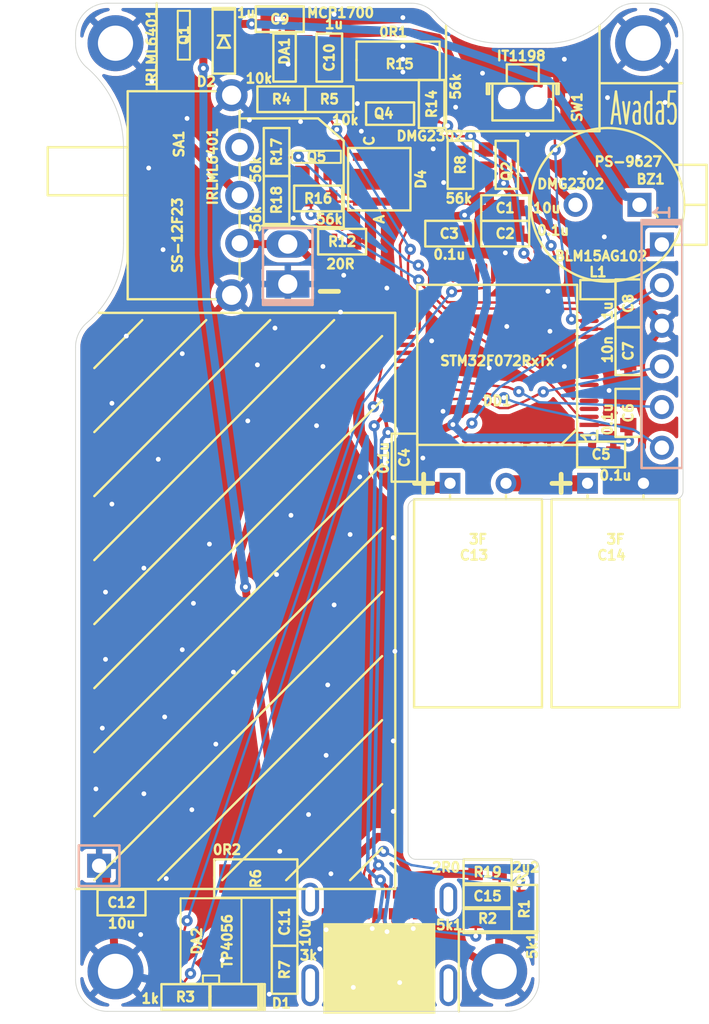
<source format=kicad_pcb>
(kicad_pcb (version 20211014) (generator pcbnew)
  (layers (0 "F.Cu" signal) (31 "B.Cu" signal) (36 "B.SilkS" user "B.Silkscreen") (37 "F.SilkS" user "F.Silkscreen") (38 "B.Mask" user) (39 "F.Mask" user) (44 "Edge.Cuts" user))
  (net 0 "")
  (net 1 "+PwrUnst")
  (net 2 "/BuzzerOut")
  (net 3 "+PwrMCU")
  (net 4 "GND")
  (net 5 "Net-(C7-Pad1)")
  (net 6 "/5V_MID")
  (net 7 "+BATT")
  (net 8 "Net-(C13-Pad1)")
  (net 9 "Net-(C13-Pad2)")
  (net 10 "Net-(C15-Pad1)")
  (net 11 "Net-(D1-PadA)")
  (net 12 "/+5V_USB")
  (net 13 "/IS_CHARGING")
  (net 14 "Net-(D4-PadC)")
  (net 17 "Net-(DA2-Pad2)")
  (net 18 "/USB_DETECT")
  (net 28 "Net-(DD1-Pad14)")
  (net 29 "/MeasEn")
  (net 30 "/LED_V")
  (net 31 "/LED_CURR")
  (net 32 "/LED_CTRL")
  (net 38 "Net-(DD1-Pad35)")
  (net 45 "/Buzzer")
  (net 50 "/UART_TX")
  (net 51 "/UART_RX")
  (net 52 "/USB_D-")
  (net 53 "/USB_D+")
  (net 54 "/SWDIO")
  (net 55 "/SWCLK")
  (net 68 "Net-(Q1-Pad3)")
  (net 69 "Net-(Q5-Pad3)")
  (net 70 "Net-(R1-Pad2)")
  (net 71 "Net-(R2-Pad2)")
  (footprint "Resistors:RES_0603" (layer "F.Cu") (at 149.1 62.5 90)
    (fp_text reference "R14")
    (fp_text value "56k")
  )
  (footprint "Capacitors:CAP_0603_Silks" (layer "F.Cu") (at 150.2 70.6)
    (fp_text reference "C3")
    (fp_text value "0.1u")
  )
  (footprint "Connectors:USB_C_MOLEX_1054500101" (layer "F.Cu") (at 145.825 119.35)
    (fp_text reference "XL3" hide)
    (fp_text value "USB_C" hide)
  )
  (footprint "Resistors:RES_0603" (layer "F.Cu") (at 143.5 71.1)
    (fp_text reference "R12")
    (fp_text value "20R")
  )
  (footprint "LEDs:LED_XPE" (layer "F.Cu") (at 145.825 67.2 90)
    (fp_text reference "D4")
    (fp_text value "LEDwPAD" hide)
  )
  (footprint "Resistors:RES_0603" (layer "F.Cu") (at 139.4 65.5 -90)
    (fp_text reference "R17")
    (fp_text value "56k")
  )
  (footprint "PCB:Hole2d2_out3d5mm" (layer "F.Cu") (at 129.325 58.7)
    (fp_text reference "HOLE2" hide)
    (fp_text value "HOLE_METALLED" hide)
  )
  (footprint "Capacitors:CAP_0603_Silks" (layer "F.Cu") (at 129.7 112.4)
    (fp_text reference "C12")
    (fp_text value "10u")
  )
  (footprint "Diodes:SOD323" (layer "F.Cu") (at 136.1 58.6 -90)
    (fp_text reference "D2")
    (fp_text value "PMEG2020")
  )
  (footprint "Resistors:RES_0603" (layer "F.Cu") (at 150.9 66.3 -90)
    (fp_text reference "R8")
    (fp_text value "56k")
  )
  (footprint "Resistors:RES_1206" (layer "F.Cu") (at 138.1 110.9)
    (fp_text reference "R6")
    (fp_text value "0R2")
  )
  (footprint "Capacitors:CAP_0603_Silks" (layer "F.Cu") (at 153.7 70.6 180)
    (fp_text reference "C2")
    (fp_text value "0.1u")
  )
  (footprint "Capacitors:CAP_08xxR_HOR" (layer "F.Cu") (at 152 86.2)
    (fp_text reference "C13")
    (fp_text value "3F")
  )
  (footprint "Connectors:PLS-6" (layer "F.Cu") (at 163.5 71.277 -90)
    (fp_text reference "XL1" hide)
    (fp_text value "CONN_6" hide)
  )
  (footprint "Capacitors:CAP_0603_Silks" (layer "F.Cu") (at 152.6 112 180)
    (fp_text reference "C15")
    (fp_text value "2u2")
  )
  (footprint "LQFP_TQFP:LQFP64" (layer "F.Cu") (at 153.2 78.8 180)
    (fp_text reference "DD1")
    (fp_text value "STM32F072RxTx")
  )
  (footprint "Resistors:RES_0603" (layer "F.Cu") (at 133.7 118.3 180)
    (fp_text reference "R3")
    (fp_text value "1k")
  )
  (footprint "Capacitors:CAP_0603_Silks" (layer "F.Cu") (at 161.4 77.938 -90)
    (fp_text reference "C7")
    (fp_text value "10n")
  )
  (footprint "Capacitors:CAP_08xxR_HOR" (layer "F.Cu") (at 160.6 86.2)
    (fp_text reference "C14")
    (fp_text value "3F")
  )
  (footprint "Capacitors:CAP_0603_Silks" (layer "F.Cu") (at 139.6 57.2)
    (fp_text reference "C9")
    (fp_text value "1u")
  )
  (footprint "SOT:SOT23-3A" (layer "F.Cu") (at 139.9 59.6 -90)
    (fp_text reference "DA1")
    (fp_text value "MCP1700")
  )
  (footprint "Capacitors:CAP_0603_Silks" (layer "F.Cu") (at 147.4 84.6 -90)
    (fp_text reference "C4")
    (fp_text value "0.1u")
  )
  (footprint "Capacitors:CAP_0603_Silks" (layer "F.Cu") (at 139.9 113.6 90)
    (fp_text reference "C11")
    (fp_text value "10u")
  )
  (footprint "SO_DIL_TSSOP:SO8_150MIL" (layer "F.Cu") (at 135.3 114.8 90)
    (fp_text reference "DA2")
    (fp_text value "TP4056")
  )
  (footprint "Resistors:RES_0603" (layer "F.Cu") (at 142 68.4 180)
    (fp_text reference "R16")
    (fp_text value "56k")
  )
  (footprint "Resistors:RES_0603" (layer "F.Cu") (at 152.6 113.5 180)
    (fp_text reference "R2")
    (fp_text value "5k1")
  )
  (footprint "Resistors:RES_0603" (layer "F.Cu") (at 139.4 68.5 -90)
    (fp_text reference "R18")
    (fp_text value "56k")
  )
  (footprint "Resistors:RES_1206" (layer "F.Cu") (at 147 59.8)
    (fp_text reference "R15")
    (fp_text value "0R1")
  )
  (footprint "Resistors:RES_0603" (layer "F.Cu") (at 152.6 110.5)
    (fp_text reference "R19")
    (fp_text value "2R0")
  )
  (footprint "Capacitors:CAP_0603_Silks" (layer "F.Cu") (at 161.4 81.8 90)
    (fp_text reference "C6")
    (fp_text value "0.1u")
  )
  (footprint "Capacitors:CAP_0603_Silks" (layer "F.Cu") (at 142.7 59.6 -90)
    (fp_text reference "C10")
    (fp_text value "1u")
  )
  (footprint "Resistors:RES_0603" (layer "F.Cu") (at 142.7 62.2)
    (fp_text reference "R5")
    (fp_text value "10k")
  )
  (footprint "Capacitors:CAP_0603_Silks" (layer "F.Cu") (at 161.4 74.962 90)
    (fp_text reference "C8")
    (fp_text value "1u")
  )
  (footprint "SOT:SOT23-3A" (layer "F.Cu") (at 146.5 63.1)
    (fp_text reference "Q4")
    (fp_text value "DMG2302")
  )
  (footprint "PCB:Hole2d2_out3d5mm" (layer "F.Cu") (at 153.325 116.7)
    (fp_text reference "HOLE1" hide)
    (fp_text value "HOLE_METALLED" hide)
  )
  (footprint "Capacitors:CAP_0603_Silks" (layer "F.Cu") (at 159.7 84.4)
    (fp_text reference "C5")
    (fp_text value "0.1u")
  )
  (footprint "Resistors:RES_0603" (layer "F.Cu") (at 139.9 116.6 -90)
    (fp_text reference "R7")
    (fp_text value "3k")
  )
  (footprint "SOT:SOT23-3" (layer "F.Cu") (at 141.9 65.8 180)
    (fp_text reference "Q5")
    (fp_text value "IRLML6401")
  )
  (footprint "LEDs:LED_0603" (layer "F.Cu") (at 136.762 118.3)
    (fp_text reference "D1")
    (fp_text value "L-C191LBCT" hide)
  )
  (footprint "Inductors:IND_0402" (layer "F.Cu") (at 159.5 74.1)
    (fp_text reference "L1")
    (fp_text value "BLM15AG102")
  )
  (footprint "BtnsSwitches:SW_SS-12F23" (layer "F.Cu") (at 137.0875 68.2 -90)
    (fp_text reference "SA1")
    (fp_text value "SS-12F23")
  )
  (footprint "SOT:SOT23-3" (layer "F.Cu") (at 133.6 58.2 -90)
    (fp_text reference "Q1")
    (fp_text value "IRLML6401")
  )
  (footprint "Connectors:SLD_2_2D5" (layer "F.Cu") (at 140.1 72.5 90)
    (fp_text reference "XL2" hide)
    (fp_text value "CONN_2" hide)
  )
  (footprint "Connectors:PLS-1Square" (layer "F.Cu") (at 128.3 110.1)
    (fp_text reference "XL4" hide)
    (fp_text value "CONN_1" hide)
  )
  (footprint "Resistors:RES_0603" (layer "F.Cu") (at 139.7 62.2)
    (fp_text reference "R4")
    (fp_text value "10k")
  )
  (footprint "PCB:Hole2d2_out3d5mm" (layer "F.Cu") (at 129.325 116.7)
    (fp_text reference "HOLE3" hide)
    (fp_text value "HOLE_METALLED" hide)
  )
  (footprint "PCB:Hole2d2_out3d5mm" (layer "F.Cu") (at 162.325 58.7)
    (fp_text reference "HOLE4" hide)
    (fp_text value "HOLE_METALLED" hide)
  )
  (footprint "Capacitors:CAP_0603_Silks" (layer "F.Cu") (at 153.7 69 180)
    (fp_text reference "C1")
    (fp_text value "10u")
  )
  (footprint "Resistors:RES_0603" (layer "F.Cu") (at 154.9 112.8 90)
    (fp_text reference "R1")
    (fp_text value "5k1")
  )
  (footprint "SOT:SOT23-3A" (layer "F.Cu") (at 153.8 66.3 90)
    (fp_text reference "Q2")
    (fp_text value "DMG2302")
  )
  (footprint "BtnsSwitches:BTN_IT1198" (layer "F.Cu") (at 154.8 60.025 180)
    (fp_text reference "SW1")
    (fp_text value "IT1198")
  )
  (footprint "Installation:BUZZER_HC0903" (layer "F.Cu") (at 160.1 68.8)
    (fp_text reference "BZ1")
    (fp_text value "PS-9627")
  )
  (gr_line (start 143.6 64.8) (end 143.6 70.2) (layer "F.SilkS") (width 0.15))
  (gr_line (start 146.825 111.550674) (end 146.825 75.550674) (layer "F.SilkS") (width 0.15))
  (gr_line (start 137.1 63.4) (end 142 63.4) (layer "F.SilkS") (width 0.15))
  (gr_line (start 150.8 119.2) (end 150.8 114.2) (layer "F.SilkS") (width 0.15))
  (gr_line (start 154.2 111.2) (end 155.1 110.6) (layer "F.SilkS") (width 0.15))
  (gr_line (start 143.6 70.2) (end 138.5 70.1) (layer "F.SilkS") (width 0.15))
  (gr_line (start 144 111) (end 146 109) (layer "F.SilkS") (width 0.15))
  (gr_line (start 132 111) (end 146 97) (layer "F.SilkS") (width 0.15))
  (gr_line (start 150 64.2) (end 150 57.6) (layer "F.SilkS") (width 0.15))
  (gr_line (start 128 111) (end 146 93) (layer "F.SilkS") (width 0.15))
  (gr_line (start 164.8 61.2) (end 159.6 61.2) (layer "F.SilkS") (width 0.15))
  (gr_line (start 128 87) (end 139 76) (layer "F.SilkS") (width 0.15))
  (gr_line (start 128 95) (end 146 77) (layer "F.SilkS") (width 0.15))
  (gr_line (start 128 83) (end 135 76) (layer "F.SilkS") (width 0.15))
  (gr_line (start 150.8 114.2) (end 155.8 114.2) (layer "F.SilkS") (width 0.15))
  (gr_line (start 159.6 57.6) (end 159.6 64.2) (layer "F.SilkS") (width 0.15))
  (gr_line (start 128 91) (end 143 76) (layer "F.SilkS") (width 0.15))
  (gr_line (start 142 63.4) (end 143.6 64.8) (layer "F.SilkS") (width 0.15))
  (gr_line (start 154.2 111.2) (end 154.6 110.7) (layer "F.SilkS") (width 0.15))
  (gr_line (start 154.2 111.2) (end 154.9 111) (layer "F.SilkS") (width 0.15))
  (gr_line (start 126.825 111.550674) (end 146.825 111.550674) (layer "F.SilkS") (width 0.15))
  (gr_line (start 146.825 75.550674) (end 128.3 75.550674) (layer "F.SilkS") (width 0.15))
  (gr_line (start 131.9 56.2) (end 131.9 61.7) (layer "F.SilkS") (width 0.15))
  (gr_line (start 128 99) (end 146 81) (layer "F.SilkS") (width 0.15))
  (gr_line (start 128 103) (end 146 85) (layer "F.SilkS") (width 0.15))
  (gr_line (start 159.6 64.2) (end 150 64.2) (layer "F.SilkS") (width 0.15))
  (gr_line (start 136 111) (end 146 101) (layer "F.SilkS") (width 0.15))
  (gr_line (start 128 79) (end 131 76) (layer "F.SilkS") (width 0.15))
  (gr_line (start 128 107) (end 146 89) (layer "F.SilkS") (width 0.15))
  (gr_line (start 140 111) (end 146 105) (layer "F.SilkS") (width 0.15))
  (gr_line (start 148.125 109.7) (end 155.325 109.7) (layer "Edge.Cuts") (width 0.05))
  (gr_line (start 128.825 119.2) (end 153.825 119.2) (layer "Edge.Cuts") (width 0.05))
  (gr_line (start 164.825 86.7) (end 164.825 58.2) (layer "Edge.Cuts") (width 0.05))
  (gr_arc (start 160.325 56.881818) (mid 161.001137 56.378411) (end 161.825 56.2) (layer "Edge.Cuts") (width 0.05))
  (gr_line (start 153.325 58.7) (end 156.325 58.7) (layer "Edge.Cuts") (width 0.05))
  (gr_arc (start 155.825 117.2) (mid 155.239214 118.614213) (end 153.825 119.2) (layer "Edge.Cuts") (width 0.05))
  (gr_line (start 147.625 87.7) (end 147.625 109.2) (layer "Edge.Cuts") (width 0.05))
  (gr_arc (start 147.625 87.7) (mid 147.771447 87.346447) (end 148.125 87.2) (layer "Edge.Cuts") (width 0.05))
  (gr_arc (start 127.527439 60.221951) (mid 127.008908 59.538196) (end 126.825 58.7) (layer "Edge.Cuts") (width 0.05))
  (gr_line (start 162.825 56.2) (end 161.825 56.2) (layer "Edge.Cuts") (width 0.05))
  (gr_line (start 147.825 56.2) (end 128.825 56.2) (layer "Edge.Cuts") (width 0.05))
  (gr_arc (start 128.825 119.2) (mid 127.410787 118.614214) (end 126.825 117.2) (layer "Edge.Cuts") (width 0.05))
  (gr_line (start 129.825 71.2) (end 129.825 65.2) (layer "Edge.Cuts") (width 0.05))
  (gr_arc (start 126.825 58.2) (mid 127.410786 56.785787) (end 128.825 56.2) (layer "Edge.Cuts") (width 0.05))
  (gr_arc (start 129.825 71.2) (mid 129.223467 73.9416) (end 127.527439 76.178049) (layer "Edge.Cuts") (width 0.05))
  (gr_line (start 164.325 87.2) (end 148.125 87.2) (layer "Edge.Cuts") (width 0.05))
  (gr_line (start 126.825 58.2) (end 126.825 58.7) (layer "Edge.Cuts") (width 0.05))
  (gr_arc (start 147.825 56.2) (mid 148.648863 56.378411) (end 149.325 56.881818) (layer "Edge.Cuts") (width 0.05))
  (gr_arc (start 126.825 77.7) (mid 127.008908 76.861804) (end 127.527439 76.178049) (layer "Edge.Cuts") (width 0.05))
  (gr_arc (start 155.325 109.7) (mid 155.678553 109.846447) (end 155.825 110.2) (layer "Edge.Cuts") (width 0.05))
  (gr_arc (start 127.527439 60.221951) (mid 129.223467 62.4584) (end 129.825 65.2) (layer "Edge.Cuts") (width 0.05))
  (gr_arc (start 162.825 56.2) (mid 164.239213 56.785786) (end 164.825 58.2) (layer "Edge.Cuts") (width 0.05))
  (gr_arc (start 153.325 58.7) (mid 151.128032 58.224238) (end 149.325 56.881818) (layer "Edge.Cuts") (width 0.05))
  (gr_arc (start 160.325 56.881818) (mid 158.521968 58.224238) (end 156.325 58.7) (layer "Edge.Cuts") (width 0.05))
  (gr_arc (start 148.125 109.7) (mid 147.771447 109.553553) (end 147.625 109.2) (layer "Edge.Cuts") (width 0.05))
  (gr_line (start 155.825 110.2) (end 155.825 117.2) (layer "Edge.Cuts") (width 0.05))
  (gr_line (start 126.825 77.7) (end 126.825 117.2) (layer "Edge.Cuts") (width 0.05))
  (gr_arc (start 164.825 86.7) (mid 164.678553 87.053553) (end 164.325 87.2) (layer "Edge.Cuts") (width 0.05))
  (gr_text "-" (at 142.7 74.1) (layer "F.SilkS") (effects (font (size 1.5 1.5) (thickness 0.3))))
  (gr_text "Avada5" (at 162.4 62.8) (layer "F.SilkS") (effects (font (size 2 0.8))))
  (segment (start 138.719 57.458) (end 138.838 57.2) (width 0.5) (layer "F.Cu") (net 1))
  (segment (start 138.838 57.2) (end 138.6435 57.458) (width 0.5) (layer "F.Cu") (net 1))
  (segment (start 135.5996 57.3052) (end 135.0732 57.3052) (width 0.5) (layer "F.Cu") (net 1))
  (segment (start 138.6 59.6) (end 138.719 59.4) (width 0.5) (layer "F.Cu") (net 1))
  (segment (start 138.719 59.15) (end 138.719 57.708) (width 0.5) (layer "F.Cu") (net 1))
  (segment (start 138.719 57.708) (end 138.719 57.458) (width 0.5) (layer "F.Cu") (net 1))
  (segment (start 134.8232 57.3052) (end 134.616 57.311) (width 0.5) (layer "F.Cu") (net 1))
  (segment (start 138.6435 57.458) (end 138.3935 57.458) (width 0.5) (layer "F.Cu") (net 1))
  (segment (start 136.1 57.2995) (end 135.8496 57.3052) (width 0.5) (layer "F.Cu") (net 1))
  (segment (start 136.3504 57.496) (end 136.1 57.2995) (width 0.5) (layer "F.Cu") (net 1))
  (segment (start 138.3935 57.458) (end 138.2899 57.458) (width 0.5) (layer "F.Cu") (net 1))
  (segment (start 135.0732 57.3052) (end 134.8232 57.3052) (width 0.5) (layer "F.Cu") (net 1))
  (segment (start 138.719 59.4) (end 138.719 59.15) (width 0.5) (layer "F.Cu") (net 1))
  (segment (start 136.6004 57.496) (end 136.3504 57.496) (width 0.5) (layer "F.Cu") (net 1))
  (segment (start 137.8434 57.496) (end 136.6004 57.496) (width 0.5) (layer "F.Cu") (net 1))
  (segment (start 138.2899 57.458) (end 137.8434 57.496) (width 0.5) (layer "F.Cu") (net 1))
  (segment (start 135.8496 57.3052) (end 135.5996 57.3052) (width 0.5) (layer "F.Cu") (net 1))
  (via (at 137.8434 57.496) (size 0.7) (drill 0.3) (layers "F.Cu" "B.Cu") (net 1))
  (segment (start 147.6728 57.9999) (end 137.8434 57.496) (width 0.5) (layer "B.Cu") (net 1))
  (segment (start 161.2464 68.3) (end 161.1 68.1536) (width 0.5) (layer "B.Cu") (net 1))
  (segment (start 156.5505 61.1962) (end 156.4038 61.0495) (width 0.5) (layer "B.Cu") (net 1))
  (segment (start 161.1 68.1536) (end 156.5505 61.1962) (width 0.5) (layer "B.Cu") (net 1))
  (segment (start 161.35 68.3) (end 161.2464 68.3) (width 0.5) (layer "B.Cu") (net 1))
  (segment (start 152.6549 59.6748) (end 147.6728 57.9999) (width 0.5) (layer "B.Cu") (net 1))
  (segment (start 162.1 68.8) (end 161.6 68.3) (width 0.5) (layer "B.Cu") (net 1))
  (segment (start 161.6 68.3) (end 161.35 68.3) (width 0.5) (layer "B.Cu") (net 1))
  (segment (start 156.4038 61.0495) (end 152.6549 59.6748) (width 0.5) (layer "B.Cu") (net 1))
  (segment (start 155.6536 66.5) (end 158.1 68.8) (width 0.5) (layer "F.Cu") (net 2))
  (segment (start 155.55 66.5) (end 155.6536 66.5) (width 0.5) (layer "F.Cu") (net 2))
  (segment (start 155.1 66.3) (end 155.3 66.5) (width 0.5) (layer "F.Cu") (net 2))
  (segment (start 155.3 66.5) (end 155.55 66.5) (width 0.5) (layer "F.Cu") (net 2))
  (segment (start 147.425 83.4685) (end 147.425 83.3935) (width 0.15) (layer "F.Cu") (net 3))
  (segment (start 149.45 71.033) (end 149.45 71.108) (width 0.15) (layer "F.Cu") (net 3))
  (segment (start 142.442 58.739) (end 142.7 58.838) (width 0.5) (layer "F.Cu") (net 3))
  (segment (start 158.938 84.4) (end 159.1325 84.142) (width 0.5) (layer "F.Cu") (net 3))
  (segment (start 149.6325 69.9884) (end 149.6325 70.092) (width 0.5) (layer "F.Cu") (net 3))
  (segment (start 154.2675 68.492) (end 154.2675 68.3884) (width 0.5) (layer "F.Cu") (net 3))
  (segment (start 142.7 58.838) (end 142.958 58.6435) (width 0.5) (layer "F.Cu") (net 3))
  (segment (start 154.2675 68.742) (end 154.2675 68.492) (width 0.5) (layer "F.Cu") (net 3))
  (segment (start 151.5999 62.3529) (end 151.9221 62.6751) (width 0.5) (layer "F.Cu") (net 3))
  (segment (start 148.0116 83.6435) (end 150.4291 82.5295) (width 0.5) (layer "F.Cu") (net 3))
  (segment (start 153.2 64.1286) (end 153.2 64.025) (width 0.5) (layer "F.Cu") (net 3))
  (segment (start 142.958 58.6435) (end 142.958 58.3935) (width 0.5) (layer "F.Cu") (net 3))
  (segment (start 161.4 82.562) (end 160.967 82.556) (width 0.15) (layer "F.Cu") (net 3))
  (segment (start 146.9272 57.9999) (end 147.6728 57.9999) (width 0.5) (layer "F.Cu") (net 3))
  (segment (start 155.95 72.585) (end 155.95 72.3779) (width 0.15) (layer "F.Cu") (net 3))
  (segment (start 143.1044 58.1435) (end 146.9272 57.9999) (width 0.5) (layer "F.Cu") (net 3))
  (segment (start 147.425 83.3935) (end 147.425 82.55) (width 0.15) (layer "F.Cu") (net 3))
  (segment (start 160.892 82.556) (end 159.55 82.556) (width 0.15) (layer "F.Cu") (net 3))
  (segment (start 149.45 72.585) (end 149.45 73.05) (width 0.15) (layer "F.Cu") (net 3))
  (segment (start 153.2 63.775) (end 153.1 63.475) (width 0.5) (layer "F.Cu") (net 3))
  (segment (start 142.958 58.2899) (end 143.1044 58.1435) (width 0.5) (layer "F.Cu") (net 3))
  (segment (start 154.462 70.342) (end 154.462 70.092) (width 0.5) (layer "F.Cu") (net 3))
  (segment (start 149.7789 69.842) (end 149.6325 69.9884) (width 0.5) (layer "F.Cu") (net 3))
  (segment (start 153 63.175) (end 153.1 63.475) (width 0.5) (layer "F.Cu") (net 3))
  (segment (start 156.95 84.475) (end 156.95 84.55) (width 0.15) (layer "F.Cu") (net 3))
  (segment (start 153.6001 67.4546) (end 153.5001 64.6621) (width 0.5) (layer "F.Cu") (net 3))
  (segment (start 155.7192 71.6957) (end 155.8727 72.0019) (width 0.5) (layer "F.Cu") (net 3))
  (segment (start 158.4935 84.475) (end 156.95 84.475) (width 0.15) (layer "F.Cu") (net 3))
  (segment (start 154.9065 69.258) (end 155.0101 69.258) (width 0.5) (layer "F.Cu") (net 3))
  (segment (start 155.95 72.3779) (end 155.8727 72.0019) (width 0.15) (layer "F.Cu") (net 3))
  (segment (start 155.95 73.05) (end 155.95 72.585) (width 0.15) (layer "F.Cu") (net 3))
  (segment (start 141.4 58.739) (end 141.65 58.739) (width 0.5) (layer "F.Cu") (net 3))
  (segment (start 149.6325 70.092) (end 149.6325 70.342) (width 0.5) (layer "F.Cu") (net 3))
  (segment (start 141.65 58.739) (end 142.192 58.739) (width 0.5) (layer "F.Cu") (net 3))
  (segment (start 154.462 69.508) (end 154.462 69.258) (width 0.5) (layer "F.Cu") (net 3))
  (segment (start 162.75 71.777) (end 163 71.777) (width 0.5) (layer "F.Cu") (net 3))
  (segment (start 154.462 70.6) (end 154.6565 70.858) (width 0.5) (layer "F.Cu") (net 3))
  (segment (start 149.438 70.6) (end 149.45 71.033) (width 0.15) (layer "F.Cu") (net 3))
  (segment (start 154.462 69.258) (end 154.462 69) (width 0.5) (layer "F.Cu") (net 3))
  (segment (start 161.4155 83.0065) (end 161.4155 82.7565) (width 0.5) (layer "F.Cu") (net 3))
  (segment (start 159 74.1) (end 159.05 74.05) (width 0.5) (layer "F.Cu") (net 3))
  (segment (start 159.05 73.8) (end 159.05 73.6964) (width 0.5) (layer "F.Cu") (net 3))
  (segment (start 147.658 83.6435) (end 147.908 83.6435) (width 0.5) (layer "F.Cu") (net 3))
  (segment (start 147.4 83.838) (end 147.425 83.4685) (width 0.15) (layer "F.Cu") (net 3))
  (segment (start 159.55 82.556) (end 159.475 82.556) (width 0.15) (layer "F.Cu") (net 3))
  (segment (start 160.967 82.556) (end 160.892 82.556) (width 0.15) (layer "F.Cu") (net 3))
  (segment (start 155.2216 70.9731) (end 155.7192 71.4707) (width 0.5) (layer "F.Cu") (net 3))
  (segment (start 163 71.777) (end 163.5 71.277) (width 0.5) (layer "F.Cu") (net 3))
  (segment (start 154.462 69) (end 154.6565 69.258) (width 0.5) (layer "F.Cu") (net 3))
  (segment (start 147.908 83.6435) (end 148.0116 83.6435) (width 0.5) (layer "F.Cu") (net 3))
  (segment (start 154.462 69) (end 154.2675 68.742) (width 0.5) (layer "F.Cu") (net 3))
  (segment (start 155.0101 70.858) (end 155.2216 70.9731) (width 0.5) (layer "F.Cu") (net 3))
  (segment (start 158.938 84.4) (end 158.5685 84.475) (width 0.15) (layer "F.Cu") (net 3))
  (segment (start 151.1622 69.4419) (end 150.2896 69.5419) (width 0.5) (layer "F.Cu") (net 3))
  (segment (start 162.6464 71.777) (end 162.75 71.777) (width 0.5) (layer "F.Cu") (net 3))
  (segment (start 154.6565 69.258) (end 154.9065 69.258) (width 0.5) (layer "F.Cu") (net 3))
  (segment (start 152.75 63.175) (end 153 63.175) (width 0.5) (layer "F.Cu") (net 3))
  (segment (start 154.462 70.092) (end 154.462 69.508) (width 0.5) (layer "F.Cu") (net 3))
  (segment (start 153.2 64.025) (end 153.2 63.775) (width 0.5) (layer "F.Cu") (net 3))
  (segment (start 147.6728 57.9999) (end 149.5139 58.3609) (width 0.5) (layer "F.Cu") (net 3))
  (segment (start 161.4155 83.5641) (end 161.4155 83.0065) (width 0.5) (layer "F.Cu") (net 3))
  (segment (start 151.9221 62.6751) (end 152.6464 63.175) (width 0.5) (layer "F.Cu") (net 3))
  (segment (start 155.7192 71.4707) (end 155.7192 71.6957) (width 0.5) (layer "F.Cu") (net 3))
  (segment (start 149.45 71.108) (end 149.45 72.585) (width 0.15) (layer "F.Cu") (net 3))
  (segment (start 142.958 58.3935) (end 142.958 58.2899) (width 0.5) (layer "F.Cu") (net 3))
  (segment (start 147.4 83.838) (end 147.658 83.6435) (width 0.5) (layer "F.Cu") (net 3))
  (segment (start 155.0101 69.258) (end 156.9414 70.4438) (width 0.5) (layer "F.Cu") (net 3))
  (segment (start 153.5001 64.6621) (end 153.2 64.1286) (width 0.5) (layer "F.Cu") (net 3))
  (segment (start 159.1325 83.892) (end 159.1325 83.7884) (width 0.5) (layer "F.Cu") (net 3))
  (segment (start 159.475 82.556) (end 158.95 82.55) (width 0.15) (layer "F.Cu") (net 3))
  (segment (start 149.6325 70.342) (end 149.438 70.6) (width 0.5) (layer "F.Cu") (net 3))
  (segment (start 161.4155 82.7565) (end 161.4 82.562) (width 0.5) (layer "F.Cu") (net 3))
  (segment (start 159.05 74.05) (end 159.05 73.8) (width 0.5) (layer "F.Cu") (net 3))
  (segment (start 141.2 58.64) (end 141.4 58.739) (width 0.5) (layer "F.Cu") (net 3))
  (segment (start 149.5139 58.3609) (end 149.8361 58.6831) (width 0.5) (layer "F.Cu") (net 3))
  (segment (start 155.95 72.3779) (end 155.7362 72.1114) (width 0.15) (layer "F.Cu") (net 3))
  (segment (start 150.2896 69.5419) (end 149.7789 69.842) (width 0.5) (layer "F.Cu") (net 3))
  (segment (start 154.462 70.6) (end 154.462 70.342) (width 0.5) (layer "F.Cu") (net 3))
  (segment (start 159.1325 84.142) (end 159.1325 83.892) (width 0.5) (layer "F.Cu") (net 3))
  (segment (start 159.05 73.6964) (end 159.3003 72.7562) (width 0.5) (layer "F.Cu") (net 3))
  (segment (start 158.5685 84.475) (end 158.4935 84.475) (width 0.15) (layer "F.Cu") (net 3))
  (segment (start 152.6464 63.175) (end 152.75 63.175) (width 0.5) (layer "F.Cu") (net 3))
  (segment (start 142.192 58.739) (end 142.442 58.739) (width 0.5) (layer "F.Cu") (net 3))
  (segment (start 147.425 82.55) (end 147.45 82.55) (width 0.15) (layer "F.Cu") (net 3))
  (segment (start 159.3003 72.7562) (end 162.6464 71.777) (width 0.5) (layer "F.Cu") (net 3))
  (segment (start 156.9414 70.4438) (end 159.3003 72.7562) (width 0.5) (layer "F.Cu") (net 3))
  (segment (start 159.1325 83.7884) (end 159.2123 83.3419) (width 0.5) (layer "F.Cu") (net 3))
  (segment (start 149.8361 58.6831) (end 151.5999 62.3529) (width 0.5) (layer "F.Cu") (net 3))
  (segment (start 154.6565 70.858) (end 154.9065 70.858) (width 0.5) (layer "F.Cu") (net 3))
  (segment (start 154.9065 70.858) (end 155.0101 70.858) (width 0.5) (layer "F.Cu") (net 3))
  (segment (start 155.95 72.3779) (end 156.0414 72.0486) (width 0.15) (layer "F.Cu") (net 3))
  (segment (start 154.2675 68.3884) (end 153.6001 67.4546) (width 0.5) (layer "F.Cu") (net 3))
  (via (at 151.1622 69.4419) (size 0.7) (drill 0.3) (layers "F.Cu" "B.Cu") (net 3))
  (via (at 159.2123 83.3419) (size 0.7) (drill 0.3) (layers "F.Cu" "B.Cu") (net 3))
  (via (at 153.6001 67.4546) (size 0.7) (drill 0.3) (layers "F.Cu" "B.Cu") (net 3))
  (via (at 150.4291 82.5295) (size 0.7) (drill 0.3) (layers "F.Cu" "B.Cu") (net 3))
  (via (at 161.4155 83.5641) (size 0.7) (drill 0.3) (layers "F.Cu" "B.Cu") (net 3))
  (segment (start 150.4291 82.5295) (end 151.2462 83.3414) (width 0.5) (layer "B.Cu") (net 3))
  (segment (start 151.2462 83.3414) (end 159.2123 83.3419) (width 0.5) (layer "B.Cu") (net 3))
  (segment (start 151.1622 69.4419) (end 153.6001 67.4546) (width 0.5) (layer "B.Cu") (net 3))
  (segment (start 150.7103 82.0741) (end 152.5521 74.9471) (width 0.5) (layer "B.Cu") (net 3))
  (segment (start 150.4291 82.5295) (end 150.7103 82.0741) (width 0.5) (layer "B.Cu") (net 3))
  (segment (start 161.4155 83.5641) (end 159.2123 83.3419) (width 0.5) (layer "B.Cu") (net 3))
  (segment (start 152.5521 73.5207) (end 151.1622 69.4419) (width 0.5) (layer "B.Cu") (net 3))
  (segment (start 152.5521 74.9471) (end 152.5521 73.5207) (width 0.5) (layer "B.Cu") (net 3))
  (segment (start 152.7435 68.3884) (end 152.7 67.8136) (width 0.5) (layer "F.Cu") (net 4))
  (segment (start 156.45 83.45) (end 156.4 83.4) (width 0.15) (layer "F.Cu") (net 4))
  (segment (start 149.95 72.3779) (end 150.267 71.8971) (width 0.15) (layer "F.Cu") (net 4))
  (segment (start 148.524 59.8) (end 148.85 60.439) (width 0.5) (layer "F.Cu") (net 4))
  (segment (start 139.65 117.55) (end 139.9 117.35) (width 0.5) (layer "F.Cu") (net 4))
  (segment (start 161.4 74.2) (end 161.658 74.3945) (width 0.5) (layer "F.Cu") (net 4))
  (segment (start 152.938 69.508) (end 152.938 69.258) (width 0.5) (layer "F.Cu") (net 4))
  (segment (start 138.5906 114.165) (end 139.2884 114.1675) (width 0.5) (layer "F.Cu") (net 4))
  (segment (start 162.158 78.3591) (end 163.5 76.357) (width 0.5) (layer "F.Cu") (net 4))
  (segment (start 152.7 67.71) (end 152.7 67.46) (width 0.5) (layer "F.Cu") (net 4))
  (segment (start 152.5 67.26) (end 152.3 67.155) (width 0.5) (layer "F.Cu") (net 4))
  (segment (start 161.4 78.7) (end 161.142 78.5055) (width 0.5) (layer "F.Cu") (net 4))
  (segment (start 162.4581 82.4791) (end 162.4581 82.5286) (width 0.5) (layer "F.Cu") (net 4))
  (segment (start 151.838 112) (end 153.35 113.5) (width 0.3) (layer "F.Cu") (net 4))
  (segment (start 142.4289 113.8997) (end 145.0099 114.9232) (width 0.5) (layer "F.Cu") (net 4))
  (segment (start 147.6584 60.439) (end 147.3 60.5) (width 0.5) (layer "F.Cu") (net 4))
  (segment (start 137.2396 116.7015) (end 137.0929 116.5548) (width 0.5) (layer "F.Cu") (net 4))
  (segment (start 152.7435 68.742) (end 152.7435 68.492) (width 0.5) (layer "F.Cu") (net 4))
  (segment (start 152.3 67.155) (end 152.05 67.155) (width 0.5) (layer "F.Cu") (net 4))
  (segment (start 151.4065 70.6) (end 151.1565 70.6) (width 0.5) (layer "F.Cu") (net 4))
  (segment (start 150.7675 71.108) (end 150.7675 71.2116) (width 0.5) (layer "F.Cu") (net 4))
  (segment (start 149.8102 81.7013) (end 150.0563 81.6294) (width 0.5) (layer "F.Cu") (net 4))
  (segment (start 150.0358 72.2477) (end 150.3597 72.0456) (width 0.15) (layer "F.Cu") (net 4))
  (segment (start 139.642 114.1675) (end 139.9 114.362) (width 0.5) (layer "F.Cu") (net 4))
  (segment (start 161.908 74.3945) (end 162.0116 74.3945) (width 0.5) (layer "F.Cu") (net 4))
  (segment (start 162.158 81.3789) (end 162.3326 81.9206) (width 0.5) (layer "F.Cu") (net 4))
  (segment (start 137.5974 114.165) (end 138.094 114.165) (width 0.5) (layer "F.Cu") (net 4))
  (segment (start 153.55 113.525) (end 153.8 113.525) (width 0.5) (layer "F.Cu") (net 4))
  (segment (start 140.5116 114.1675) (end 142.4162 113.9117) (width 0.5) (layer "F.Cu") (net 4))
  (segment (start 160.6565 84.658) (end 160.9065 84.658) (width 0.5) (layer "F.Cu") (net 4))
  (segment (start 159.6221 77.05) (end 159.915 77.3429) (width 0.15) (layer "F.Cu") (net 4))
  (segment (start 149.95 72.585) (end 149.95 72.3779) (width 0.15) (layer "F.Cu") (net 4))
  (segment (start 153.325 114) (end 153.325 116.7) (width 0.5) (layer "F.Cu") (net 4))
  (segment (start 142.475 113.2) (end 142.725 113.1) (width 0.5) (layer "F.Cu") (net 4))
  (segment (start 139.392 114.1675) (end 139.642 114.1675) (width 0.5) (layer "F.Cu") (net 4))
  (segment (start 152.4935 70.6) (end 151.4065 70.6) (width 0.5) (layer "F.Cu") (net 4))
  (segment (start 139.65 69.45) (end 139.9 69.45) (width 0.5) (layer "F.Cu") (net 4))
  (segment (start 147.2119 59.0721) (end 147.2119 59.5279) (width 0.5) (layer "F.Cu") (net 4))
  (segment (start 143.25 61.95) (end 143.25 61.7) (width 0.5) (layer "F.Cu") (net 4))
  (segment (start 148.85 60.689) (end 148.85 61.3) (width 0.5) (layer "F.Cu") (net 4))
  (segment (start 150.7675 71.2116) (end 150.267 71.8971) (width 0.5) (layer "F.Cu") (net 4))
  (segment (start 153.325 113.75) (end 153.325 114) (width 0.5) (layer "F.Cu") (net 4))
  (segment (start 152.05 67.155) (end 151.4 67.155) (width 0.5) (layer "F.Cu") (net 4))
  (segment (start 159.915 77.3429) (end 159.9252 77.5801) (width 0.15) (layer "F.Cu") (net 4))
  (segment (start 152.938 70.6) (end 152.7435 70.6) (width 0.5) (layer "F.Cu") (net 4))
  (segment (start 142.475 113.5536) (end 142.475 113.45) (width 0.5) (layer "F.Cu") (net 4))
  (segment (start 139.65 117.9036) (end 139.65 117.8) (width 0.5) (layer "F.Cu") (net 4))
  (segment (start 147.908 85.1675) (end 148.0116 85.1675) (width 0.5) (layer "F.Cu") (net 4))
  (segment (start 150.0563 81.6294) (end 151.2462 81.5412) (width 0.5) (layer "F.Cu") (net 4))
  (segment (start 154.95 83.618) (end 155.064 83.504) (width 0.15) (layer "F.Cu") (net 4))
  (segment (start 147.3 58.9) (end 147.2119 59.0721) (width 0.5) (layer "F.Cu") (net 4))
  (segment (start 138.9433 118.1245) (end 139.5036 118.05) (width 0.5) (layer "F.Cu") (net 4))
  (segment (start 162.4581 82.5286) (end 162.4581 82.9844) (width 0.5) (layer "F.Cu") (net 4))
  (segment (start 150.9 67.05) (end 150.65 67.25) (width 0.5) (layer "F.Cu") (net 4))
  (segment (start 161.4 81.038) (end 161.658 81.2325) (width 0.5) (layer "F.Cu") (net 4))
  (segment (start 142.192 60.461) (end 142.442 60.461) (width 0.5) (layer "F.Cu") (net 4))
  (segment (start 147.45 82.05) (end 149.4615 82.05) (width 0.15) (layer "F.Cu") (net 4))
  (segment (start 154.95 83.8779) (end 155.1909 83.6245) (width 0.15) (layer "F.Cu") (net 4))
  (segment (start 156.85 77.05) (end 159.6221 77.05) (width 0.2) (layer "F.Cu") (net 4))
  (segment (start 162.4381 83.2261) (end 162.2577 83.4624) (width 0.5) (layer "F.Cu") (net 4))
  (segment (start 143.45 62.2) (end 143.25 61.95) (width 0.5) (layer "F.Cu") (net 4))
  (segment (start 151.2462 81.5412) (end 151.9918 81.5412) (width 0.5) (layer "F.Cu") (net 4))
  (segment (start 140.408 114.1675) (end 140.5116 114.1675) (width 0.5) (layer "F.Cu") (net 4))
  (segment (start 162.158 74.5409) (end 163.5 76.357) (width 0.5) (layer "F.Cu") (net 4))
  (segment (start 159.915 77.3429) (end 160.1001 77.5725) (width 0.15) (layer "F.Cu") (net 4))
  (segment (start 154.95 84.085) (end 154.95 83.8779) (width 0.15) (layer "F.Cu") (net 4))
  (segment (start 147.2119 59.8721) (end 147.2119 60.3279) (width 0.5) (layer "F.Cu") (net 4))
  (segment (start 143.25 61.7) (end 143.25 61.5964) (width 0.5) (layer "F.Cu") (net 4))
  (segment (start 153.1325 71.108) (end 153.1325 70.858) (width 0.5) (layer "F.Cu") (net 4))
  (segment (start 142.785 112.86) (end 142.725 113.1) (width 0.22) (layer "F.Cu") (net 4))
  (segment (start 142.958 60.8065) (end 142.958 60.5565) (width 0.5) (layer "F.Cu") (net 4))
  (segment (start 147.762 60.439) (end 147.6584 60.439) (width 0.5) (layer "F.Cu") (net 4))
  (segment (start 161.908 78.5055) (end 162.0116 78.5055) (width 0.5) (layer "F.Cu") (net 4))
  (segment (start 161.4 80.5935) (end 161.4 79.1445) (width 0.5) (layer "F.Cu") (net 4))
  (segment (start 129.1325 113.0116) (end 129.325 116.7) (width 0.5) (layer "F.Cu") (net 4))
  (segment (start 128.7435 112.142) (end 128.7435 111.892) (width 0.5) (layer "F.Cu") (net 4))
  (segment (start 142.785 112.04) (end 142.785 112.15) (width 0.22) (layer "F.Cu") (net 4))
  (segment (start 156.4 83.4) (end 155.168 83.4) (width 0.15) (layer "F.Cu") (net 4))
  (segment (start 128.938 112.4) (end 129.1325 112.658) (width 0.5) (layer "F.Cu") (net 4))
  (segment (start 140.1675 57.458) (end 140.362 57.2) (width 0.5) (layer "F.Cu") (net 4))
  (segment (start 152.7 67.46) (end 152.5 67.26) (width 0.5) (layer "F.Cu") (net 4))
  (segment (start 152.7435 70.6) (end 152.4935 70.6) (width 0.5) (layer "F.Cu") (net 4))
  (segment (start 142.825 111.8) (end 142.785 112.04) (width 0.22) (layer "F.Cu") (net 4))
  (segment (start 141.4 60.461) (end 141.65 60.461) (width 0.5) (layer "F.Cu") (net 4))
  (segment (start 161.4 78.8945) (end 161.4 78.7) (width 0.5) (layer "F.Cu") (net 4))
  (segment (start 153.35 113.5) (end 153.325 113.75) (width 0.5) (layer "F.Cu") (net 4))
  (segment (start 141 60.36) (end 140.75 60.36) (width 0.5) (layer "F.Cu") (net 4))
  (segment (start 154.95 84.55) (end 154.95 84.085) (width 0.15) (layer "F.Cu") (net 4))
  (segment (start 160.7884 78.5055) (end 160.642 78.3591) (width 0.5) (layer "F.Cu") (net 4))
  (segment (start 149.175 113.45) (end 149.175 113.5536) (width 0.5) (layer "F.Cu") (net 4))
  (segment (start 152.938 70.6) (end 152.938 70.342) (width 0.5) (layer "F.Cu") (net 4))
  (segment (start 148.865 112.15) (end 148.865 112.75) (width 0.22) (layer "F.Cu") (net 4))
  (segment (start 148.865 112.86) (end 148.925 113.1) (width 0.22) (layer "F.Cu") (net 4))
  (segment (start 149.175 113.5536) (end 149.1813 114.3462) (width 0.5) (layer "F.Cu") (net 4))
  (segment (start 147.3 59.7) (end 147.2119 59.8721) (width 0.5) (layer "F.Cu") (net 4))
  (segment (start 153.7089 71.7999) (end 153.1325 71.2116) (width 0.5) (layer "F.Cu") (net 4))
  (segment (start 140.158 114.1675) (end 140.408 114.1675) (width 0.5) (layer "F.Cu") (net 4))
  (segment (start 142.4162 113.9117) (end 142.4289 113.8997) (width 0.5) (layer "F.Cu") (net 4))
  (segment (start 148.3226 114.9252) (end 149.1813 114.3462) (width 0.5) (layer "F.Cu") (net 4))
  (segment (start 162.4581 82.9844) (end 162.4381 83.2261) (width 0.5) (layer "F.Cu") (net 4))
  (segment (start 140.0036 69.45) (end 140.4501 69.637) (width 0.5) (layer "F.Cu") (net 4))
  (segment (start 148.865 112.04) (end 148.865 112.15) (width 0.22) (layer "F.Cu") (net 4))
  (segment (start 140.75 60.36) (end 140.6464 60.36) (width 0.5) (layer "F.Cu") (net 4))
  (segment (start 152.938 70.342) (end 152.938 70.092) (width 0.5) (layer "F.Cu") (net 4))
  (segment (start 150.4 67.25) (end 150.2964 67.25) (width 0.5) (layer "F.Cu") (net 4))
  (segment (start 162.2578 83.913) (end 161.6331 84.7101) (width 0.5) (layer "F.Cu") (net 4))
  (segment (start 141.2 60.56) (end 141.4 60.461) (width 0.5) (layer "F.Cu") (net 4))
  (segment (start 145.0099 114.9232) (end 145.9345 115.118) (width 0.5) (layer "F.Cu") (net 4))
  (segment (start 142.785 112.75) (end 142.785 112.86) (width 0.22) (layer "F.Cu") (net 4))
  (segment (start 148.0116 85.1675) (end 148.158 85.0211) (width 0.5) (layer "F.Cu") (net 4))
  (segment (start 150.2964 67.25) (end 149.8499 67.4065) (width 0.5) (layer "F.Cu") (net 4))
  (segment (start 128.7435 110.6) (end 128.3 110.1) (width 0.5) (layer "F.Cu") (net 4))
  (segment (start 137.0929 116.5548) (end 136.7933 115.7681) (width 0.5) (layer "F.Cu") (net 4))
  (segment (start 148.865 112.75) (end 148.865 112.86) (width 0.22) (layer "F.Cu") (net 4))
  (segment (start 149.95 73.05) (end 149.95 72.585) (width 0.15) (layer "F.Cu") (net 4))
  (segment (start 128.938 112.4) (end 128.7435 112.142) (width 0.5) (layer "F.Cu") (net 4))
  (segment (start 147.2119 60.3279) (end 147.3 60.5) (width 0.5) (layer "F.Cu") (net 4))
  (segment (start 139.2884 114.1675) (end 139.392 114.1675) (width 0.5) (layer "F.Cu") (net 4))
  (segment (start 136.7933 115.1019) (end 137.5974 114.165) (width 0.5) (layer "F.Cu") (net 4))
  (segment (start 152.938 69.258) (end 152.938 69) (width 0.5) (layer "F.Cu") (net 4))
  (segment (start 140.118 60.014) (end 140.1675 57.8116) (width 0.5) (layer "F.Cu") (net 4))
  (segment (start 149.4615 82.05) (end 149.8102 81.7013) (width 0.15) (layer "F.Cu") (net 4))
  (segment (start 161.4 79.1445) (end 161.4 78.8945) (width 0.5) (layer "F.Cu") (net 4))
  (segment (start 142.442 60.461) (end 142.7 60.362) (width 0.5) (layer "F.Cu") (net 4))
  (segment (start 148.85 61.55) (end 149.1 61.75) (width 0.5) (layer "F.Cu") (net 4))
  (segment (start 156.5 76.7) (end 156.85 77.05) (width 0.2) (layer "F.Cu") (net 4))
  (segment (start 152.938 69) (end 152.7435 68.742) (width 0.5) (layer "F.Cu") (net 4))
  (segment (start 154.95 83.8779) (end 154.8915 83.5333) (width 0.15) (layer "F.Cu") (net 4))
  (segment (start 161.658 81.2325) (end 161.908 81.2325) (width 0.5) (layer "F.Cu") (net 4))
  (segment (start 139.4 69.25) (end 139.65 69.45) (width 0.5) (layer "F.Cu") (net 4))
  (segment (start 152.938 70.092) (end 152.938 69.508) (width 0.5) (layer "F.Cu") (net 4))
  (segment (start 159.415 77.05) (end 159.6221 77.05) (width 0.15) (layer "F.Cu") (net 4))
  (segment (start 162.2577 83.4624) (end 162.2578 83.913) (width 0.5) (layer "F.Cu") (net 4))
  (segment (start 139.5036 118.05) (end 139.65 117.9036) (width 0.5) (layer "F.Cu") (net 4))
  (segment (start 161.4 81.038) (end 161.4 80.8435) (width 0.5) (layer "F.Cu") (net 4))
  (segment (start 141.2 60.56) (end 141 60.36) (width 0.5) (layer "F.Cu") (net 4))
  (segment (start 140.6464 60.36) (end 140.118 60.014) (width 0.5) (layer "F.Cu") (net 4))
  (segment (start 146.6801 115.118) (end 148.3226 114.9252) (width 0.5) (layer "F.Cu") (net 4))
  (segment (start 162.0116 78.5055) (end 162.158 78.3591) (width 0.5) (layer "F.Cu") (net 4))
  (segment (start 154.95 84.55) (end 154.95 83.618) (width 0.15) (layer "F.Cu") (net 4))
  (segment (start 151.4 67.155) (end 151.15 67.155) (width 0.5) (layer "F.Cu") (net 4))
  (segment (start 162.3326 81.9206) (end 162.3459 81.9361) (width 0.5) (layer "F.Cu") (net 4))
  (segment (start 137.7185 117.792) (end 137.7185 116.959) (width 0.5) (layer "F.Cu") (net 4))
  (segment (start 129.1325 112.908) (end 129.1325 113.0116) (width 0.5) (layer "F.Cu") (net 4))
  (segment (start 152.7 67.8136) (end 152.7 67.71) (width 0.5) (layer "F.Cu") (net 4))
  (segment (start 148.158 85.0211) (end 148.5506 84.6217) (width 0.5) (layer "F.Cu") (net 4))
  (segment (start 142.475 113.45) (end 142.475 113.2) (width 0.5) (layer "F.Cu") (net 4))
  (segment (start 160.462 84.4) (end 160.6565 84.658) (width 0.5) (layer "F.Cu") (net 4))
  (segment (start 128.7435 110.85) (end 128.7435 110.6) (width 0.5) (layer "F.Cu") (net 4))
  (segment (start 150.962 70.6) (end 150.7675 70.858) (width 0.5) (layer "F.Cu") (net 4))
  (segment (start 155.4829 83.535) (end 155.1484 83.3507) (width 0.15) (layer "F.Cu") (net 4))
  (segment (start 161.658 74.3945) (end 161.908 74.3945) (width 0.5) (layer "F.Cu") (net 4))
  (segment (start 161.142 78.5055) (end 160.892 78.5055) (width 0.5) (layer "F.Cu") (net 4))
  (segment (start 154.65 113.525) (end 154.9 113.55) (width 0.5) (layer "F.Cu") (net 4))
  (segment (start 162.0116 74.3945) (end 162.158 74.5409) (width 0.5) (layer "F.Cu") (net 4))
  (segment (start 153.1325 71.2116) (end 153.1325 71.108) (width 0.5) (layer "F.Cu") (net 4))
  (segment (start 139.9 114.362) (end 140.158 114.1675) (width 0.5) (layer "F.Cu") (net 4))
  (segment (start 155.4829 83.535) (end 155.125 83.6681) (width 0.15) (layer "F.Cu") (net 4))
  (segment (start 154.4 113.525) (end 154.65 113.525) (width 0.5) (layer "F.Cu") (net 4))
  (segment (start 142.958 60.9101) (end 142.958 60.8065) (width 0.5) (layer "F.Cu") (net 4))
  (segment (start 152.7435 68.492) (end 152.7435 68.3884) (width 0.5) (layer "F.Cu") (net 4))
  (segment (start 151.1565 70.6) (end 150.962 70.6) (width 0.5) (layer "F.Cu") (net 4))
  (segment (start 156.45 73.05) (end 156.45 73.515) (width 0.22) (layer "F.Cu") (net 4))
  (segment (start 156.45 73.515) (end 156.45 73.7221) (width 0.22) (layer "F.Cu") (net 4))
  (segment (start 148.524 59.8) (end 148.012 60.439) (width 0.5) (layer "F.Cu") (net 4))
  (segment (start 128.7435 111.892) (end 128.7435 110.85) (width 0.5) (layer "F.Cu") (net 4))
  (segment (start 143.25 61.5964) (end 142.958 60.9101) (width 0.5) (layer "F.Cu") (net 4))
  (segment (start 162.424 82.1538) (end 162.4581 82.4791) (width 0.5) (layer "F.Cu") (net 4))
  (segment (start 151.15 67.155) (end 150.9 67.05) (width 0.5) (layer "F.Cu") (net 4))
  (segment (start 138.094 116.705) (end 137.3434 116.705) (width 0.5) (layer "F.Cu") (net 4))
  (segment (start 142.958 60.5565) (end 142.7 60.362) (width 0.5) (layer "F.Cu") (net 4))
  (segment (start 138.094 114.165) (end 138.5906 114.165) (width 0.5) (layer "F.Cu") (net 4))
  (segment (start 162.3459 81.9361) (end 162.424 82.1538) (width 0.5) (layer "F.Cu") (net 4))
  (segment (start 147.2119 59.5279) (end 147.3 59.7) (width 0.5) (layer "F.Cu") (net 4))
  (segment (start 154.95 83.8779) (end 155.064 83.504) (width 0.15) (layer "F.Cu") (net 4))
  (segment (start 137.3434 116.705) (end 137.2396 116.7015) (width 0.5) (layer "F.Cu") (net 4))
  (segment (start 162.35 86.2) (end 161.6331 84.7101) (width 0.5) (layer "F.Cu") (net 4))
  (segment (start 137.7185 118.042) (end 137.7185 117.792) (width 0.5) (layer "F.Cu") (net 4))
  (segment (start 148.85 60.439) (end 148.85 60.689) (width 0.5) (layer "F.Cu") (net 4))
  (segment (start 158.95 77.05) (end 159.415 77.05) (width 0.15) (layer "F.Cu") (net 4))
  (segment (start 148.825 111.8) (end 148.865 112.04) (width 0.22) (layer "F.Cu") (net 4))
  (segment (start 148.85 61.3) (end 148.85 61.55) (width 0.5) (layer "F.Cu") (net 4))
  (segment (start 160.892 78.5055) (end 160.7884 78.5055) (width 0.5) (layer "F.Cu") (net 4))
  (segment (start 139.65 117.8) (end 139.65 117.55) (width 0.5) (layer "F.Cu") (net 4))
  (segment (start 161.4 80.8435) (end 161.4 80.5935) (width 0.5) (layer "F.Cu") (net 4))
  (segment (start 145.9345 115.118) (end 146.6801 115.118) (width 0.5) (layer "F.Cu") (net 4))
  (segment (start 148.925 113.1) (end 149.175 113.2) (width 0.5) (layer "F.Cu") (net 4))
  (segment (start 150.7675 70.858) (end 150.7675 71.108) (width 0.5) (layer "F.Cu") (net 4))
  (segment (start 147.658 85.1675) (end 147.908 85.1675) (width 0.5) (layer "F.Cu") (net 4))
  (segment (start 161.908 81.2325) (end 162.0116 81.2325) (width 0.5) (layer "F.Cu") (net 4))
  (segment (start 136.7933 115.7681) (end 136.7933 115.1019) (width 0.5) (layer "F.Cu") (net 4))
  (segment (start 139.9 69.45) (end 140.0036 69.45) (width 0.5) (layer "F.Cu") (net 4))
  (segment (start 140.1675 57.8116) (end 140.1675 57.708) (width 0.5) (layer "F.Cu") (net 4))
  (segment (start 150.0358 72.2477) (end 150.0941 71.8704) (width 0.15) (layer "F.Cu") (net 4))
  (segment (start 141.65 60.461) (end 142.192 60.461) (width 0.5) (layer "F.Cu") (net 4))
  (segment (start 147.4 85.362) (end 147.658 85.1675) (width 0.5) (layer "F.Cu") (net 4))
  (segment (start 149.1813 114.3462) (end 153.325 116.7) (width 0.5) (layer "F.Cu") (net 4))
  (segment (start 129.1325 112.658) (end 129.1325 112.908) (width 0.5) (layer "F.Cu") (net 4))
  (segment (start 150.65 67.25) (end 150.4 67.25) (width 0.5) (layer "F.Cu") (net 4))
  (segment (start 156.45 84.55) (end 156.45 83.45) (width 0.15) (layer "F.Cu") (net 4))
  (segment (start 153.35 113.5) (end 153.55 113.525) (width 0.5) (layer "F.Cu") (net 4))
  (segment (start 142.4289 113.8997) (end 142.475 113.5536) (width 0.5) (layer "F.Cu") (net 4))
  (segment (start 161.658 78.5055) (end 161.908 78.5055) (width 0.5) (layer "F.Cu") (net 4))
  (segment (start 137.524 118.3) (end 137.7185 118.042) (width 0.5) (layer "F.Cu") (net 4))
  (segment (start 137.7185 116.959) (end 137.7185 116.709) (width 0.5) (layer "F.Cu") (net 4))
  (segment (start 160.642 78.3591) (end 160.1001 77.5725) (width 0.5) (layer "F.Cu") (net 4))
  (segment (start 140.1675 57.708) (end 140.1675 57.458) (width 0.5) (layer "F.Cu") (net 4))
  (segment (start 142.785 112.15) (end 142.785 112.75) (width 0.22) (layer "F.Cu") (net 4))
  (segment (start 149.175 113.2) (end 149.175 113.45) (width 0.5) (layer "F.Cu") (net 4))
  (segment (start 159.915 77.3429) (end 160.1446 77.4033) (width 0.15) (layer "F.Cu") (net 4))
  (segment (start 156.45 73.7221) (end 156.3763 74.2001) (width 0.22) (layer "F.Cu") (net 4))
  (segment (start 151.9918 81.5412) (end 155.064 83.504) (width 0.5) (layer "F.Cu") (net 4))
  (segment (start 153.1325 70.858) (end 152.938 70.6) (width 0.5) (layer "F.Cu") (net 4))
  (segment (start 161.4 78.7) (end 161.658 78.5055) (width 0.5) (layer "F.Cu") (net 4))
  (segment (start 137.7185 116.709) (end 138.094 116.705) (width 0.5) (layer "F.Cu") (net 4))
  (segment (start 148.012 60.439) (end 147.762 60.439) (width 0.5) (layer "F.Cu") (net 4))
  (segment (start 162.0116 81.2325) (end 162.158 81.3789) (width 0.5) (layer "F.Cu") (net 4))
  (segment (start 155.168 83.4) (end 155.064 83.504) (width 0.15) (layer "F.Cu") (net 4))
  (segment (start 153.8 113.525) (end 154.4 113.525) (width 0.5) (layer "F.Cu") (net 4))
  (segment (start 160.9065 84.658) (end 161.0101 84.658) (width 0.5) (layer "F.Cu") (net 4))
  (segment (start 161.0101 84.658) (end 161.6331 84.7101) (width 0.5) (layer "F.Cu") (net 4))
  (via (at 141.4 106.9) (size 0.7) (drill 0.3) (layers "F.Cu" "B.Cu") (net 4))
  (via (at 148.5506 84.6217) (size 0.7) (drill 0.3) (layers "F.Cu" "B.Cu") (net 4))
  (via (at 141.9 82.6) (size 0.7) (drill 0.3) (layers "F.Cu" "B.Cu") (net 4))
  (via (at 143.6 73.2) (size 0.7) (drill 0.3) (layers "F.Cu" "B.Cu") (net 4))
  (via (at 146.7 89.6) (size 0.7) (drill 0.3) (layers "F.Cu" "B.Cu") (net 4))
  (via (at 158.7 66.8) (size 0.7) (drill 0.3) (layers "F.Cu" "B.Cu") (net 4))
  (via (at 149.1 77.3) (size 0.7) (drill 0.3) (layers "F.Cu" "B.Cu") (net 4))
  (via (at 149.8102 81.7013) (size 0.7) (drill 0.3) (layers "F.Cu" "B.Cu") (net 4))
  (via (at 132.3 71.6) (size 0.7) (drill 0.3) (layers "F.Cu" "B.Cu") (net 4))
  (via (at 134.2 93.7) (size 0.7) (drill 0.3) (layers "F.Cu" "B.Cu") (net 4))
  (via (at 137.6 82.3) (size 0.7) (drill 0.3) (layers "F.Cu" "B.Cu") (net 4))
  (via (at 142.5 103.2) (size 0.7) (drill 0.3) (layers "F.Cu" "B.Cu") (net 4))
  (via (at 128.1 105.3) (size 0.7) (drill 0.3) (layers "F.Cu" "B.Cu") (net 4))
  (via (at 152.7 79) (size 0.7) (drill 0.3) (layers "F.Cu" "B.Cu") (net 4))
  (via (at 157.4 78.9) (size 0.7) (drill 0.3) (layers "F.Cu" "B.Cu") (net 4))
  (via (at 138.2 78.8) (size 0.7) (drill 0.3) (layers "F.Cu" "B.Cu") (net 4))
  (via (at 132 84.7) (size 0.7) (drill 0.3) (layers "F.Cu" "B.Cu") (net 4))
  (via (at 156.3763 74.2001) (size 0.7) (drill 0.3) (layers "F.Cu" "B.Cu") (net 4))
  (via (at 146.8 96.7) (size 0.7) (drill 0.3) (layers "F.Cu" "B.Cu") (net 4))
  (via (at 146.7 106.7) (size 0.7) (drill 0.3) (layers "F.Cu" "B.Cu") (net 4))
  (via (at 136.7 98) (size 0.7) (drill 0.3) (layers "F.Cu" "B.Cu") (net 4))
  (via (at 133.5 78.1) (size 0.7) (drill 0.3) (layers "F.Cu" "B.Cu") (net 4))
  (via (at 160.2 80.4) (size 0.7) (drill 0.3) (layers "F.Cu" "B.Cu") (net 4))
  (via (at 131.4 66.5) (size 0.7) (drill 0.3) (layers "F.Cu" "B.Cu") (net 4))
  (via (at 132.5 110.9) (size 0.7) (drill 0.3) (layers "F.Cu" "B.Cu") (net 4))
  (via (at 130 77) (size 0.7) (drill 0.3) (layers "F.Cu" "B.Cu") (net 4))
  (via (at 159.9 70.8) (size 0.7) (drill 0.3) (layers "F.Cu" "B.Cu") (net 4))
  (via (at 144.7 64.2) (size 0.7) (drill 0.3) (layers "F.Cu" "B.Cu") (net 4))
  (via (at 162 65.8) (size 0.7) (drill 0.3) (layers "F.Cu" "B.Cu") (net 4))
  (via (at 140.4501 69.637) (size 0.7) (drill 0.3) (layers "F.Cu" "B.Cu") (net 4))
  (via (at 142.6 98.8) (size 0.7) (drill 0.3) (layers "F.Cu" "B.Cu") (net 4))
  (via (at 128.7 97.2) (size 0.7) (drill 0.3) (layers "F.Cu" "B.Cu") (net 4))
  (via (at 146.3 74) (size 0.7) (drill 0.3) (layers "F.Cu" "B.Cu") (net 4))
  (via (at 149.8499 67.4065) (size 0.7) (drill 0.3) (layers "F.Cu" "B.Cu") (net 4))
  (via (at 163.7 62.4) (size 0.7) (drill 0.3) (layers "F.Cu" "B.Cu") (net 4))
  (via (at 140.118 60.014) (size 0.7) (drill 0.3) (layers "F.Cu" "B.Cu") (net 4))
  (via (at 153.7089 71.7999) (size 0.7) (drill 0.3) (layers "F.Cu" "B.Cu") (net 4))
  (via (at 135.6 102.5) (size 0.7) (drill 0.3) (layers "F.Cu" "B.Cu") (net 4))
  (via (at 139.6 109.2) (size 0.7) (drill 0.3) (layers "F.Cu" "B.Cu") (net 4))
  (via (at 139.4 91.9) (size 0.7) (drill 0.3) (layers "F.Cu" "B.Cu") (net 4))
  (via (at 128.5 101.5) (size 0.7) (drill 0.3) (layers "F.Cu" "B.Cu") (net 4))
  (via (at 142.3 78.9) (size 0.7) (drill 0.3) (layers "F.Cu" "B.Cu") (net 4))
  (via (at 150.6 62.7) (size 0.7) (drill 0.3) (layers "F.Cu" "B.Cu") (net 4))
  (via (at 132.4 100.8) (size 0.7) (drill 0.3) (layers "F.Cu" "B.Cu") (net 4))
  (via (at 152.2821 60.5749) (size 0.7) (drill 0.3) (layers "F.Cu" "B.Cu") (net 4))
  (via (at 142.1 115.3) (size 0.7) (drill 0.3) (layers "F.Cu" "B.Cu") (net 4))
  (via (at 130.9 114.4) (size 0.7) (drill 0.3) (layers "F.Cu" "B.Cu") (net 4))
  (via (at 143 56.9) (size 0.7) (drill 0.3) (layers "F.Cu" "B.Cu") (net 4))
  (via (at 147.3 59.7) (size 0.7) (drill 0.3) (layers "F.Cu" "B.Cu") (net 4))
  (via (at 137.7 63.5) (size 0.7) (drill 0.3) (layers "F.Cu" "B.Cu") (net 4))
  (via (at 133.8 63.4) (size 0.7) (drill 0.3) (layers "F.Cu" "B.Cu") (net 4))
  (via (at 129.1 81.2) (size 0.7) (drill 0.3) (layers "F.Cu" "B.Cu") (net 4))
  (via (at 155.1 64.4) (size 0.7) (drill 0.3) (layers "F.Cu" "B.Cu") (net 4))
  (via (at 136 116) (size 0.7) (drill 0.3) (layers "F.Cu" "B.Cu") (net 4))
  (via (at 144.4501 62.4739) (size 0.7) (drill 0.3) (layers "F.Cu" "B.Cu") (net 4))
  (via (at 131.1 105.6) (size 0.7) (drill 0.3) (layers "F.Cu" "B.Cu") (net 4))
  (via (at 147.3 60.5) (size 0.7) (drill 0.3) (layers "F.Cu" "B.Cu") (net 4))
  (via (at 139.3 76.5) (size 0.7) (drill 0.3) (layers "F.Cu" "B.Cu") (net 4))
  (via (at 143.4 75.5) (size 0.7) (drill 0.3) (layers "F.Cu" "B.Cu") (net 4))
  (via (at 140.3 88.2) (size 0.7) (drill 0.3) (layers "F.Cu" "B.Cu") (net 4))
  (via (at 142.8 110.6) (size 0.7) (drill 0.3) (layers "F.Cu" "B.Cu") (net 4))
  (via (at 134.1 106.6) (size 0.7) (drill 0.3) (layers "F.Cu" "B.Cu") (net 4))
  (via (at 147.3 58.9) (size 0.7) (drill 0.3) (layers "F.Cu" "B.Cu") (net 4))
  (via (at 156.5 76.7) (size 0.7) (drill 0.3) (layers "F.Cu" "B.Cu") (net 4))
  (via (at 160.1 62.1) (size 0.7) (drill 0.3) (layers "F.Cu" "B.Cu") (net 4))
  (via (at 147.3 57.1) (size 0.7) (drill 0.3) (layers "F.Cu" "B.Cu") (net 4))
  (via (at 133.5 96.6) (size 0.7) (drill 0.3) (layers "F.Cu" "B.Cu") (net 4))
  (via (at 147.1 117.4) (size 0.7) (drill 0.3) (layers "F.Cu" "B.Cu") (net 4))
  (via (at 131.6 61.1) (size 0.7) (drill 0.3) (layers "F.Cu" "B.Cu") (net 4))
  (via (at 143 93.8) (size 0.7) (drill 0.3) (layers "F.Cu" "B.Cu") (net 4))
  (via (at 128.7 93) (size 0.7) (drill 0.3) (layers "F.Cu" "B.Cu") (net 4))
  (via (at 138.9433 118.1245) (size 0.7) (drill 0.3) (layers "F.Cu" "B.Cu") (net 4))
  (via (at 144 89.4) (size 0.7) (drill 0.3) (layers "F.Cu" "B.Cu") (net 4))
  (via (at 142.5 114.1) (size 0.7) (drill 0.3) (layers "F.Cu" "B.Cu") (net 4))
  (via (at 135.2 90) (size 0.7) (drill 0.3) (layers "F.Cu" "B.Cu") (net 4))
  (via (at 140.9 63.6) (size 0.7) (drill 0.3) (layers "F.Cu" "B.Cu") (net 4))
  (via (at 146.7 102.3) (size 0.7) (drill 0.3) (layers "F.Cu" "B.Cu") (net 4))
  (via (at 131.1 91.5) (size 0.7) (drill 0.3) (layers "F.Cu" "B.Cu") (net 4))
  (via (at 144.2 117.7) (size 0.7) (drill 0.3) (layers "F.Cu" "B.Cu") (net 4))
  (via (at 153.8 76.4) (size 0.7) (drill 0.3) (layers "F.Cu" "B.Cu") (net 4))
  (via (at 149.2 65.3) (size 0.7) (drill 0.3) (layers "F.Cu" "B.Cu") (net 4))
  (via (at 157.4 59.7) (size 0.7) (drill 0.3) (layers "F.Cu" "B.Cu") (net 4))
  (via (at 129.1 87.5) (size 0.7) (drill 0.3) (layers "F.Cu" "B.Cu") (net 4))
  (via (at 144.6 85.8) (size 0.7) (drill 0.3) (layers "F.Cu" "B.Cu") (net 4))
  (segment (start 135.6645 70.5705) (end 136.2788 69.6811) (width 0.5) (layer "B.Cu") (net 4))
  (segment (start 140.4501 69.637) (end 136.2788 69.6811) (width 0.5) (layer "B.Cu") (net 4))
  (segment (start 162.35 86.2) (end 159.8314 84.7499) (width 1) (layer "B.Cu") (net 4))
  (segment (start 149.8499 67.4065) (end 148.8826 67.8757) (width 0.5) (layer "B.Cu") (net 4))
  (segment (start 129.325 116.7) (end 133.6425 117.7348) (width 0.5) (layer "B.Cu") (net 4))
  (segment (start 135.6374 70.636) (end 135.6645 70.5705) (width 0.5) (layer "B.Cu") (net 4))
  (segment (start 148.8826 67.8757) (end 146.0346 62.5282) (width 1) (layer "B.Cu") (net 4))
  (segment (start 135.6645 68.8295) (end 135.6374 68.764) (width 0.5) (layer "B.Cu") (net 4))
  (segment (start 148.7697 81.2703) (end 148.9673 81.0713) (width 1) (layer "B.Cu") (net 4))
  (segment (start 148.9673 81.0713) (end 151.502 74.7103) (width 1) (layer "B.Cu") (net 4))
  (segment (start 154.497 72.7226) (end 153.9697 72.1953) (width 0.5) (layer "B.Cu") (net 4))
  (segment (start 135.6374 67.636) (end 135.6374 64.636) (width 0.5) (layer "B.Cu") (net 4))
  (segment (start 152.2821 60.5749) (end 147.3 60.5) (width 0.5) (layer "B.Cu") (net 4))
  (segment (start 145.435 62.5077) (end 145.9383 62.2975) (width 0.5) (layer "B.Cu") (net 4))
  (segment (start 135.6374 68.764) (end 135.6374 67.636) (width 0.5) (layer "B.Cu") (net 4))
  (segment (start 149.4479 81.4305) (end 148.9146 81.3157) (width 0.5) (layer "B.Cu") (net 4))
  (segment (start 156.3763 74.2001) (end 154.497 72.7226) (width 0.5) (layer "B.Cu") (net 4))
  (segment (start 151.502 73.7575) (end 148.8826 67.8757) (width 1) (layer "B.Cu") (net 4))
  (segment (start 149.4224 67.6138) (end 148.8771 67.6257) (width 0.5) (layer "B.Cu") (net 4))
  (segment (start 148.7697 82.1323) (end 148.7697 81.2703) (width 1) (layer "B.Cu") (net 4))
  (segment (start 148.896 84.2761) (end 149.4073 84.0862) (width 0.5) (layer "B.Cu") (net 4))
  (segment (start 136.2788 69.6811) (end 135.6645 68.8295) (width 0.5) (layer "B.Cu") (net 4))
  (segment (start 153.9697 72.1953) (end 153.7089 71.7999) (width 0.5) (layer "B.Cu") (net 4))
  (segment (start 146.0346 62.5282) (end 147.3 60.5) (width 1) (layer "B.Cu") (net 4))
  (segment (start 145.435 62.5077) (end 145.9227 62.7517) (width 0.5) (layer "B.Cu") (net 4))
  (segment (start 149.8102 81.7013) (end 148.9673 81.0713) (width 0.5) (layer "B.Cu") (net 4))
  (segment (start 148.5506 84.6217) (end 149.3202 83.8518) (width 0.5) (layer "B.Cu") (net 4))
  (segment (start 149.4479 81.4305) (end 149.1868 80.9517) (width 0.5) (layer "B.Cu") (net 4))
  (segment (start 135.6374 71.764) (end 135.6374 70.636) (width 0.5) (layer "B.Cu") (net 4))
  (segment (start 149.4224 67.6138) (end 149.0755 68.0347) (width 0.5) (layer "B.Cu") (net 4))
  (segment (start 144.4501 62.4739) (end 146.0346 62.5282) (width 0.5) (layer "B.Cu") (net 4))
  (segment (start 151.502 74.7103) (end 151.502 73.7575) (width 1) (layer "B.Cu") (net 4))
  (segment (start 149.3202 83.8518) (end 148.7697 82.1323) (width 1) (layer "B.Cu") (net 4))
  (segment (start 133.6425 117.7348) (end 138.9433 118.1245) (width 0.5) (layer "B.Cu") (net 4))
  (segment (start 136.5875 61.95) (end 140.118 60.014) (width 0.5) (layer "B.Cu") (net 4))
  (segment (start 148.896 84.2761) (end 149.0859 83.7648) (width 0.5) (layer "B.Cu") (net 4))
  (segment (start 150.9555 84.3915) (end 149.3202 83.8518) (width 1) (layer "B.Cu") (net 4))
  (segment (start 159.8314 84.7499) (end 150.9555 84.3915) (width 1) (layer "B.Cu") (net 4))
  (segment (start 160.967 76.8065) (end 160.892 76.8065) (width 0.15) (layer "F.Cu") (net 5))
  (segment (start 160.967 75.3545) (end 160.892 75.3545) (width 0.15) (layer "F.Cu") (net 5))
  (segment (start 161.4 77.176) (end 160.967 76.8065) (width 0.15) (layer "F.Cu") (net 5))
  (segment (start 160.225 74.325) (end 160 74.1) (width 0.15) (layer "F.Cu") (net 5))
  (segment (start 160.892 75.3545) (end 160.8609 75.3545) (width 0.15) (layer "F.Cu") (net 5))
  (segment (start 159.6221 76.55) (end 159.415 76.55) (width 0.15) (layer "F.Cu") (net 5))
  (segment (start 160.892 76.8065) (end 160.8609 76.8065) (width 0.15) (layer "F.Cu") (net 5))
  (segment (start 161.4 75.724) (end 160.967 75.3545) (width 0.15) (layer "F.Cu") (net 5))
  (segment (start 159.415 76.55) (end 158.95 76.55) (width 0.15) (layer "F.Cu") (net 5))
  (segment (start 161.4 76.1685) (end 161.4 76.0935) (width 0.15) (layer "F.Cu") (net 5))
  (segment (start 160.817 75.3106) (end 160.225 74.4311) (width 0.15) (layer "F.Cu") (net 5))
  (segment (start 160.225 74.4311) (end 160.225 74.4) (width 0.15) (layer "F.Cu") (net 5))
  (segment (start 161.4 76.0935) (end 161.4 75.724) (width 0.15) (layer "F.Cu") (net 5))
  (segment (start 161.4 76.7315) (end 161.4 76.1685) (width 0.15) (layer "F.Cu") (net 5))
  (segment (start 160.8609 75.3545) (end 160.817 75.3106) (width 0.15) (layer "F.Cu") (net 5))
  (segment (start 161.4 76.8065) (end 161.4 76.7315) (width 0.15) (layer "F.Cu") (net 5))
  (segment (start 161.4 77.176) (end 161.4 76.8065) (width 0.15) (layer "F.Cu") (net 5))
  (segment (start 160.225 74.4) (end 160.225 74.325) (width 0.15) (layer "F.Cu") (net 5))
  (segment (start 160.8609 76.8065) (end 159.6221 76.55) (width 0.15) (layer "F.Cu") (net 5))
  (segment (start 139.392 112.895) (end 139.642 112.895) (width 0.5) (layer "F.Cu") (net 6))
  (segment (start 139.762 111.789) (end 139.762 111.539) (width 0.5) (layer "F.Cu") (net 6))
  (segment (start 137.5974 112.895) (end 138.094 112.895) (width 0.5) (layer "F.Cu") (net 6))
  (segment (start 133.0026 116.705) (end 133.1152 116.4619) (width 0.5) (layer "F.Cu") (net 6))
  (segment (start 139.762 112.6435) (end 139.762 112.3935) (width 0.5) (layer "F.Cu") (net 6))
  (segment (start 139.642 112.895) (end 139.9 112.838) (width 0.5) (layer "F.Cu") (net 6))
  (segment (start 139.762 112.3935) (end 139.762 111.789) (width 0.5) (layer "F.Cu") (net 6))
  (segment (start 139.9 112.838) (end 139.762 112.6435) (width 0.5) (layer "F.Cu") (net 6))
  (segment (start 138.094 112.895) (end 138.5906 112.895) (width 0.5) (layer "F.Cu") (net 6))
  (segment (start 138.5906 112.895) (end 139.392 112.895) (width 0.5) (layer "F.Cu") (net 6))
  (segment (start 132.506 116.705) (end 133.0026 116.705) (width 0.5) (layer "F.Cu") (net 6))
  (segment (start 139.762 111.539) (end 139.624 110.9) (width 0.5) (layer "F.Cu") (net 6))
  (segment (start 133.1152 116.4619) (end 133.6425 115.9346) (width 0.5) (layer "F.Cu") (net 6))
  (segment (start 133.6425 115.9346) (end 137.5974 112.895) (width 0.5) (layer "F.Cu") (net 6))
  (segment (start 142.0001 72.6721) (end 140.6 71.25) (width 0.5) (layer "F.Cu") (net 7))
  (segment (start 132.0094 112.895) (end 131.0101 112.658) (width 0.5) (layer "F.Cu") (net 7))
  (segment (start 140.6 71.25) (end 140.1 71.25) (width 0.5) (layer "F.Cu") (net 7))
  (segment (start 130.6565 112.142) (end 130.6565 111.892) (width 0.5) (layer "F.Cu") (net 7))
  (segment (start 142.0001 74.3721) (end 142.0001 72.6721) (width 0.5) (layer "F.Cu") (net 7))
  (segment (start 130.462 112.4) (end 130.6565 112.142) (width 0.5) (layer "F.Cu") (net 7))
  (segment (start 137.1375 71.25) (end 137.0875 71.2) (width 0.5) (layer "F.Cu") (net 7))
  (segment (start 130.6565 111.892) (end 130.6565 111.7884) (width 0.5) (layer "F.Cu") (net 7))
  (segment (start 140.6 71.25) (end 140.1 71.25) (width 0.5) (layer "F.Cu") (net 7))
  (segment (start 142.3 71.25) (end 140.6 71.25) (width 0.5) (layer "F.Cu") (net 7))
  (segment (start 140.1 71.25) (end 137.1375 71.25) (width 0.5) (layer "F.Cu") (net 7))
  (segment (start 142.55 71.25) (end 142.3 71.25) (width 0.5) (layer "F.Cu") (net 7))
  (segment (start 136.5546 92.3068) (end 142.0001 74.8279) (width 0.5) (layer "F.Cu") (net 7))
  (segment (start 130.9065 112.658) (end 130.6565 112.658) (width 0.5) (layer "F.Cu") (net 7))
  (segment (start 131.0101 112.658) (end 130.9065 112.658) (width 0.5) (layer "F.Cu") (net 7))
  (segment (start 142.0001 74.8279) (end 142.0001 74.3721) (width 0.5) (layer "F.Cu") (net 7))
  (segment (start 132.506 112.895) (end 132.0094 112.895) (width 0.5) (layer "F.Cu") (net 7))
  (segment (start 130.6565 111.7884) (end 136.5546 92.3068) (width 0.5) (layer "F.Cu") (net 7))
  (segment (start 142.75 71.1) (end 142.55 71.25) (width 0.5) (layer "F.Cu") (net 7))
  (segment (start 130.6565 112.658) (end 130.462 112.4) (width 0.5) (layer "F.Cu") (net 7))
  (segment (start 149.6 86.4566) (end 146.6227 86.4566) (width 0.7) (layer "F.Cu") (net 8))
  (segment (start 144.175 68.6) (end 145.825 68.6) (width 0.15) (layer "F.Cu") (net 8))
  (segment (start 144.5287 81.0383) (end 145.2751 71.8382) (width 0.7) (layer "F.Cu") (net 8))
  (segment (start 143.125 68.6) (end 143.2 68.6) (width 0.15) (layer "F.Cu") (net 8))
  (segment (start 145.825 68.6) (end 145.2751 68.6) (width 0.5) (layer "F.Cu") (net 8))
  (segment (start 142.7695 67.9) (end 142.7695 67.975) (width 0.15) (layer "F.Cu") (net 8))
  (segment (start 150.25 86.2) (end 149.95 86.4566) (width 0.7) (layer "F.Cu") (net 8))
  (segment (start 142.7695 67.1982) (end 142.7695 67.2732) (width 0.15) (layer "F.Cu") (net 8))
  (segment (start 149.95 86.4566) (end 149.6 86.4566) (width 0.7) (layer "F.Cu") (net 8))
  (segment (start 145.2751 71.8382) (end 145.2751 71.3618) (width 0.7) (layer "F.Cu") (net 8))
  (segment (start 144.5287 81.8047) (end 144.5287 81.0383) (width 0.7) (layer "F.Cu") (net 8))
  (segment (start 144.5805 82.9884) (end 144.5287 81.8047) (width 0.7) (layer "F.Cu") (net 8))
  (segment (start 145.2001 71.0628) (end 145.2751 70.8382) (width 0.7) (layer "F.Cu") (net 8))
  (segment (start 145.2751 68.85) (end 145.2751 69.3501) (width 0.5) (layer "F.Cu") (net 8))
  (segment (start 145.2751 70.8382) (end 145.2751 69.3501) (width 0.7) (layer "F.Cu") (net 8))
  (segment (start 144.25 71.1) (end 144.625 71.0628) (width 0.15) (layer "F.Cu") (net 8))
  (segment (start 142.75 68.4) (end 143.125 68.6) (width 0.15) (layer "F.Cu") (net 8))
  (segment (start 142.7695 67.975) (end 142.75 68.4) (width 0.15) (layer "F.Cu") (net 8))
  (segment (start 143.2 68.6) (end 144.175 68.6) (width 0.15) (layer "F.Cu") (net 8))
  (segment (start 145.2751 71.2868) (end 145.2001 71.0628) (width 0.7) (layer "F.Cu") (net 8))
  (segment (start 144.7 71.0628) (end 145.2001 71.0628) (width 0.15) (layer "F.Cu") (net 8))
  (segment (start 146.2419 86.0758) (end 144.5805 82.9884) (width 0.7) (layer "F.Cu") (net 8))
  (segment (start 144.7 71.0628) (end 145.0489 70.8331) (width 0.15) (layer "F.Cu") (net 8))
  (segment (start 146.6227 86.4566) (end 146.2419 86.0758) (width 0.7) (layer "F.Cu") (net 8))
  (segment (start 145.2751 71.3618) (end 145.2751 71.2868) (width 0.7) (layer "F.Cu") (net 8))
  (segment (start 145.2751 68.6) (end 145.2751 68.85) (width 0.5) (layer "F.Cu") (net 8))
  (segment (start 144.625 71.0628) (end 144.7 71.0628) (width 0.15) (layer "F.Cu") (net 8))
  (segment (start 144.7 71.0628) (end 145.0489 71.2925) (width 0.15) (layer "F.Cu") (net 8))
  (segment (start 142.789 66.816) (end 142.7695 67.1982) (width 0.15) (layer "F.Cu") (net 8))
  (segment (start 142.7695 67.2732) (end 142.7695 67.9) (width 0.15) (layer "F.Cu") (net 8))
  (segment (start 153.75 86.2) (end 158.2 86.2) (width 1) (layer "F.Cu") (net 9))
  (segment (start 158.7 86.2) (end 158.85 86.2) (width 1) (layer "F.Cu") (net 9))
  (segment (start 158.2 86.2) (end 158.7 86.2) (width 1) (layer "F.Cu") (net 9))
  (segment (start 153.35 110.5) (end 153.356 110.925) (width 0.15) (layer "F.Cu") (net 10))
  (segment (start 153.356 111) (end 153.356 111.492) (width 0.15) (layer "F.Cu") (net 10))
  (segment (start 153.356 111.492) (end 153.356 111.567) (width 0.15) (layer "F.Cu") (net 10))
  (segment (start 153.356 111.567) (end 153.362 112) (width 0.15) (layer "F.Cu") (net 10))
  (segment (start 153.356 110.925) (end 153.356 111) (width 0.15) (layer "F.Cu") (net 10))
  (segment (start 134.45 118.3) (end 134.825 118.3) (width 0.15) (layer "F.Cu") (net 11))
  (segment (start 134.825 118.3) (end 134.9 118.3) (width 0.15) (layer "F.Cu") (net 11))
  (segment (start 135.5555 118.3) (end 135.6305 118.3) (width 0.15) (layer "F.Cu") (net 11))
  (segment (start 134.9 118.3) (end 135.5555 118.3) (width 0.15) (layer "F.Cu") (net 11))
  (segment (start 135.6305 118.3) (end 136 118.3) (width 0.15) (layer "F.Cu") (net 11))
  (segment (start 137.2344 109.761) (end 137.088 109.9074) (width 0.5) (layer "F.Cu") (net 12))
  (segment (start 134.8232 59.2962) (end 135.0732 59.2962) (width 0.5) (layer "F.Cu") (net 12))
  (segment (start 147.365 111.3216) (end 147.7287 110.7371) (width 0.22) (layer "F.Cu") (net 12))
  (segment (start 136.1 59.9005) (end 136.3504 60.1509) (width 0.5) (layer "F.Cu") (net 12))
  (segment (start 147.115 112.6216) (end 147.115 112.75) (width 0.22) (layer "F.Cu") (net 12))
  (segment (start 144.535 112.6216) (end 144.3399 112.3199) (width 0.22) (layer "F.Cu") (net 12))
  (segment (start 147.365 111.56) (end 147.365 111.45) (width 0.22) (layer "F.Cu") (net 12))
  (segment (start 138.6036 61.45) (end 138.75 61.5964) (width 0.5) (layer "F.Cu") (net 12))
  (segment (start 134.616 59.089) (end 134.8226 59.2962) (width 0.5) (layer "F.Cu") (net 12))
  (segment (start 135.5996 59.6501) (end 135.8496 59.6501) (width 0.5) (layer "F.Cu") (net 12))
  (segment (start 147.5512 111.0224) (end 147.806 110.8538) (width 0.22) (layer "F.Cu") (net 12))
  (segment (start 144.0907 110.1483) (end 144.1405 109.9359) (width 0.3) (layer "F.Cu") (net 12))
  (segment (start 147.115 112.86) (end 147.075 113.1) (width 0.22) (layer "F.Cu") (net 12))
  (segment (start 151.65 110.6099) (end 151.85 110.5) (width 0.5) (layer "F.Cu") (net 12))
  (segment (start 135.8496 59.6501) (end 136.1 59.9005) (width 0.5) (layer "F.Cu") (net 12))
  (segment (start 138.75 61.7) (end 138.75 61.95) (width 0.5) (layer "F.Cu") (net 12))
  (segment (start 135.0732 59.2962) (end 135.1768 59.2962) (width 0.5) (layer "F.Cu") (net 12))
  (segment (start 135.3232 59.4426) (end 135.3496 59.5037) (width 0.5) (layer "F.Cu") (net 12))
  (segment (start 144.535 112.75) (end 144.535 112.6216) (width 0.22) (layer "F.Cu") (net 12))
  (segment (start 147.285 112.04) (end 147.285 112.15) (width 0.22) (layer "F.Cu") (net 12))
  (segment (start 137.4547 92.6796) (end 139.4956 108.0358) (width 0.5) (layer "F.Cu") (net 12))
  (segment (start 149.6893 110.6099) (end 151.4 110.6099) (width 0.5) (layer "F.Cu") (net 12))
  (segment (start 144.325 111.8) (end 144.325 111.45) (width 0.3) (layer "F.Cu") (net 12))
  (segment (start 144.575 113.1) (end 144.535 112.86) (width 0.22) (layer "F.Cu") (net 12))
  (segment (start 147.325 111.8) (end 147.285 112.04) (width 0.22) (layer "F.Cu") (net 12))
  (segment (start 135.1768 59.2962) (end 135.3232 59.4426) (width 0.5) (layer "F.Cu") (net 12))
  (segment (start 139.4956 108.0358) (end 137.2344 109.761) (width 0.5) (layer "F.Cu") (net 12))
  (segment (start 137.088 110.011) (end 137.088 110.261) (width 0.5) (layer "F.Cu") (net 12))
  (segment (start 147.0915 109.557) (end 146.9927 108.8276) (width 0.5) (layer "F.Cu") (net 12))
  (segment (start 134.8226 59.2962) (end 134.8226 59.5462) (width 0.5) (layer "F.Cu") (net 12))
  (segment (start 146.9927 108.8276) (end 146.4654 108.3003) (width 0.5) (layer "F.Cu") (net 12))
  (segment (start 147.285 112.15) (end 147.285 112.2784) (width 0.22) (layer "F.Cu") (net 12))
  (segment (start 147.5512 111.0224) (end 147.5898 110.7194) (width 0.22) (layer "F.Cu") (net 12))
  (segment (start 147.7287 110.7371) (end 147.1415 109.678) (width 0.5) (layer "F.Cu") (net 12))
  (segment (start 144.325 112.15) (end 144.325 111.8) (width 0.22) (layer "F.Cu") (net 12))
  (segment (start 147.1415 109.678) (end 147.0915 109.557) (width 0.5) (layer "F.Cu") (net 12))
  (segment (start 134.616 59.089) (end 134.8232 59.2962) (width 0.5) (layer "F.Cu") (net 12))
  (segment (start 146.4654 108.3003) (end 145.7198 108.3003) (width 0.5) (layer "F.Cu") (net 12))
  (segment (start 137.088 110.261) (end 136.576 110.9) (width 0.5) (layer "F.Cu") (net 12))
  (segment (start 136.704 60.1509) (end 137.2736 60.4422) (width 0.5) (layer "F.Cu") (net 12))
  (segment (start 134.8226 59.5462) (end 134.8226 60.2668) (width 0.5) (layer "F.Cu") (net 12))
  (segment (start 136.6004 60.1509) (end 136.704 60.1509) (width 0.5) (layer "F.Cu") (net 12))
  (segment (start 136.3504 60.1509) (end 136.6004 60.1509) (width 0.5) (layer "F.Cu") (net 12))
  (segment (start 144.535 112.86) (end 144.535 112.75) (width 0.22) (layer "F.Cu") (net 12))
  (segment (start 144.0431 109.9131) (end 139.4956 108.0358) (width 0.5) (layer "F.Cu") (net 12))
  (segment (start 135.496 59.6501) (end 135.5996 59.6501) (width 0.5) (layer "F.Cu") (net 12))
  (segment (start 138.75 61.95) (end 138.95 62.2) (width 0.5) (layer "F.Cu") (net 12))
  (segment (start 144.3399 112.3199) (end 144.325 112.295) (width 0.22) (layer "F.Cu") (net 12))
  (segment (start 147.7287 110.7371) (end 149.6893 110.6099) (width 0.5) (layer "F.Cu") (net 12))
  (segment (start 137.088 109.9074) (end 137.088 110.011) (width 0.5) (layer "F.Cu") (net 12))
  (segment (start 138.75 61.5964) (end 138.75 61.7) (width 0.5) (layer "F.Cu") (net 12))
  (segment (start 147.365 111.45) (end 147.365 111.3216) (width 0.22) (layer "F.Cu") (net 12))
  (segment (start 144.325 112.295) (end 144.325 112.15) (width 0.22) (layer "F.Cu") (net 12))
  (segment (start 147.325 111.8) (end 147.365 111.56) (width 0.22) (layer "F.Cu") (net 12))
  (segment (start 144.325 111.45) (end 144.325 111.305) (width 0.3) (layer "F.Cu") (net 12))
  (segment (start 137.2736 60.4422) (end 138.6036 61.45) (width 0.5) (layer "F.Cu") (net 12))
  (segment (start 135.3496 59.5037) (end 135.496 59.6501) (width 0.5) (layer "F.Cu") (net 12))
  (segment (start 144.325 111.305) (end 144.0431 109.9131) (width 0.3) (layer "F.Cu") (net 12))
  (segment (start 147.115 112.75) (end 147.115 112.86) (width 0.22) (layer "F.Cu") (net 12))
  (segment (start 144.0907 110.1483) (end 143.9623 109.9719) (width 0.3) (layer "F.Cu") (net 12))
  (segment (start 151.4 110.6099) (end 151.65 110.6099) (width 0.5) (layer "F.Cu") (net 12))
  (segment (start 147.285 112.2784) (end 147.115 112.6216) (width 0.22) (layer "F.Cu") (net 12))
  (segment (start 145.7198 108.3003) (end 144.0431 109.9131) (width 0.5) (layer "F.Cu") (net 12))
  (via (at 134.8226 60.2668) (size 0.7) (drill 0.3) (layers "F.Cu" "B.Cu") (net 12))
  (via (at 137.4547 92.6796) (size 0.7) (drill 0.3) (layers "F.Cu" "B.Cu") (net 12))
  (segment (start 135.0374 75.0339) (end 134.8373 71.9232) (width 0.5) (layer "B.Cu") (net 12))
  (segment (start 134.8373 71.9232) (end 134.8226 60.2668) (width 0.5) (layer "B.Cu") (net 12))
  (segment (start 137.4547 92.6796) (end 135.0374 75.0339) (width 0.5) (layer "B.Cu") (net 12))
  (segment (start 133.5567 114.3945) (end 133.0026 115.435) (width 0.15) (layer "F.Cu") (net 13))
  (segment (start 152.95 73.05) (end 152.95 73.515) (width 0.15) (layer "F.Cu") (net 13))
  (segment (start 152.8851 73.6952) (end 152.6302 73.9501) (width 0.15) (layer "F.Cu") (net 13))
  (segment (start 152.6302 73.9501) (end 150.3519 74.2339) (width 0.15) (layer "F.Cu") (net 13))
  (segment (start 152.95 73.515) (end 152.8851 73.6952) (width 0.15) (layer "F.Cu") (net 13))
  (segment (start 133.8019 113.5369) (end 133.5567 114.3945) (width 0.15) (layer "F.Cu") (net 13))
  (segment (start 133.0026 115.435) (end 132.506 115.435) (width 0.15) (layer "F.Cu") (net 13))
  (via (at 150.3519 74.2339) (size 0.7) (drill 0.3) (layers "F.Cu" "B.Cu") (net 13))
  (via (at 133.8019 113.5369) (size 0.7) (drill 0.3) (layers "F.Cu" "B.Cu") (net 13))
  (segment (start 150.3519 74.2339) (end 144.8037 81.1522) (width 0.15) (layer "B.Cu") (net 13))
  (segment (start 144.8037 81.1522) (end 133.8019 113.5369) (width 0.15) (layer "B.Cu") (net 13))
  (segment (start 146.3 65.55) (end 146.3 65.8) (width 0.5) (layer "F.Cu") (net 14))
  (segment (start 146.5 64.4) (end 146.3 64.6) (width 0.5) (layer "F.Cu") (net 14))
  (segment (start 146.3 65.8) (end 145.825 65.8) (width 0.5) (layer "F.Cu") (net 14))
  (segment (start 146.3 64.85) (end 146.3 65.55) (width 0.5) (layer "F.Cu") (net 14))
  (segment (start 146.3 64.6) (end 146.3 64.85) (width 0.5) (layer "F.Cu") (net 14))
  (segment (start 138.094 115.435) (end 138.5906 115.435) (width 0.15) (layer "F.Cu") (net 17))
  (segment (start 138.5906 115.435) (end 139.3689 115.475) (width 0.15) (layer "F.Cu") (net 17))
  (segment (start 139.475 115.475) (end 139.9 115.85) (width 0.15) (layer "F.Cu") (net 17))
  (segment (start 139.4 115.475) (end 139.475 115.475) (width 0.15) (layer "F.Cu") (net 17))
  (segment (start 139.3689 115.475) (end 139.4 115.475) (width 0.15) (layer "F.Cu") (net 17))
  (segment (start 147.6186 72.8442) (end 147.6186 72.3056) (width 0.15) (layer "F.Cu") (net 18))
  (segment (start 141.575 62.2) (end 141.5 62.2) (width 0.15) (layer "F.Cu") (net 18))
  (segment (start 142.325 62.625) (end 141.95 62.2) (width 0.15) (layer "F.Cu") (net 18))
  (segment (start 158.95 82.05) (end 158.485 82.05) (width 0.15) (layer "F.Cu") (net 18))
  (segment (start 141.95 62.2) (end 141.575 62.2) (width 0.15) (layer "F.Cu") (net 18))
  (segment (start 147.6186 72.3056) (end 147.7655 71.5812) (width 0.15) (layer "F.Cu") (net 18))
  (segment (start 148.0205 74.1501) (end 147.6397 73.7693) (width 0.15) (layer "F.Cu") (net 18))
  (segment (start 156.7329 80.218) (end 156.3521 79.8372) (width 0.15) (layer "F.Cu") (net 18))
  (segment (start 140.9 62.2) (end 140.825 62.2) (width 0.15) (layer "F.Cu") (net 18))
  (segment (start 158.0499 81.7302) (end 156.7329 80.218) (width 0.15) (layer "F.Cu") (net 18))
  (segment (start 142.325 62.7311) (end 142.325 62.7) (width 0.15) (layer "F.Cu") (net 18))
  (segment (start 141.5 62.2) (end 140.9 62.2) (width 0.15) (layer "F.Cu") (net 18))
  (segment (start 158.485 82.05) (end 158.3048 81.9851) (width 0.15) (layer "F.Cu") (net 18))
  (segment (start 147.6397 73.7693) (end 147.6186 72.8442) (width 0.15) (layer "F.Cu") (net 18))
  (segment (start 148.2506 74.2398) (end 148.0205 74.1501) (width 0.15) (layer "F.Cu") (net 18))
  (segment (start 143.1659 64.0893) (end 142.325 62.7311) (width 0.15) (layer "F.Cu") (net 18))
  (segment (start 142.325 62.7) (end 142.325 62.625) (width 0.15) (layer "F.Cu") (net 18))
  (segment (start 140.825 62.2) (end 140.45 62.2) (width 0.15) (layer "F.Cu") (net 18))
  (segment (start 158.3048 81.9851) (end 158.0499 81.7302) (width 0.15) (layer "F.Cu") (net 18))
  (segment (start 156.3521 79.8372) (end 149.7506 75.6147) (width 0.15) (layer "F.Cu") (net 18))
  (segment (start 149.7506 75.6147) (end 148.2506 74.2398) (width 0.15) (layer "F.Cu") (net 18))
  (via (at 147.7655 71.5812) (size 0.7) (drill 0.3) (layers "F.Cu" "B.Cu") (net 18))
  (via (at 143.1659 64.0893) (size 0.7) (drill 0.3) (layers "F.Cu" "B.Cu") (net 18))
  (segment (start 147.7655 71.5812) (end 143.1659 64.0893) (width 0.15) (layer "B.Cu") (net 18))
  (segment (start 156.775 64.025) (end 156.775 64.0561) (width 0.15) (layer "F.Cu") (net 28))
  (segment (start 157.8499 75.951) (end 158.485 76.05) (width 0.15) (layer "F.Cu") (net 28))
  (segment (start 156.775 64.0561) (end 156.8308 65.3684) (width 0.15) (layer "F.Cu") (net 28))
  (segment (start 156.775 63.95) (end 156.775 64.025) (width 0.15) (layer "F.Cu") (net 28))
  (segment (start 156.5 63.475) (end 156.775 63.95) (width 0.15) (layer "F.Cu") (net 28))
  (segment (start 158.485 76.05) (end 158.95 76.05) (width 0.15) (layer "F.Cu") (net 28))
  (via (at 156.8308 65.3684) (size 0.7) (drill 0.3) (layers "F.Cu" "B.Cu") (net 28))
  (via (at 157.8499 75.951) (size 0.7) (drill 0.3) (layers "F.Cu" "B.Cu") (net 28))
  (segment (start 156.8308 65.3684) (end 156.9749 69.266) (width 0.15) (layer "B.Cu") (net 28))
  (segment (start 157.2187 71.0746) (end 157.8499 75.951) (width 0.15) (layer "B.Cu") (net 28))
  (segment (start 156.9749 69.266) (end 157.2187 71.0746) (width 0.15) (layer "B.Cu") (net 28))
  (segment (start 155.9206 75.3003) (end 149.9272 75.2591) (width 0.15) (layer "F.Cu") (net 29))
  (segment (start 158.485 75.55) (end 158.3048 75.4851) (width 0.15) (layer "F.Cu") (net 29))
  (segment (start 141.1305 67.2732) (end 141.1305 67.1982) (width 0.15) (layer "F.Cu") (net 29))
  (segment (start 149.3267 74.6586) (end 148.5648 73.8817) (width 0.15) (layer "F.Cu") (net 29))
  (segment (start 141.1305 67.1982) (end 141.011 66.816) (width 0.15) (layer "F.Cu") (net 29))
  (segment (start 141.25 68.4) (end 141.5488 68.825) (width 0.15) (layer "F.Cu") (net 29))
  (segment (start 148.5648 73.8817) (end 148.2898 73.5) (width 0.15) (layer "F.Cu") (net 29))
  (segment (start 158.1192 75.3009) (end 155.9206 75.3003) (width 0.15) (layer "F.Cu") (net 29))
  (segment (start 149.9272 75.2591) (end 149.3267 74.6586) (width 0.15) (layer "F.Cu") (net 29))
  (segment (start 158.3048 75.4851) (end 158.1192 75.3009) (width 0.15) (layer "F.Cu") (net 29))
  (segment (start 141.1305 67.9) (end 141.1305 67.2732) (width 0.15) (layer "F.Cu") (net 29))
  (segment (start 141.5488 68.825) (end 141.5488 68.9) (width 0.15) (layer "F.Cu") (net 29))
  (segment (start 141.1305 67.975) (end 141.1305 67.9) (width 0.15) (layer "F.Cu") (net 29))
  (segment (start 141.25 68.4) (end 141.1305 67.975) (width 0.15) (layer "F.Cu") (net 29))
  (segment (start 141.5488 68.9) (end 141.5488 69.4001) (width 0.15) (layer "F.Cu") (net 29))
  (segment (start 158.95 75.55) (end 158.485 75.55) (width 0.15) (layer "F.Cu") (net 29))
  (via (at 148.2898 73.5) (size 0.7) (drill 0.3) (layers "F.Cu" "B.Cu") (net 29))
  (via (at 141.5488 69.4001) (size 0.7) (drill 0.3) (layers "F.Cu" "B.Cu") (net 29))
  (segment (start 148.2898 73.5) (end 141.5488 69.4001) (width 0.15) (layer "B.Cu") (net 29))
  (segment (start 139.825 65.875) (end 139.9 65.875) (width 0.15) (layer "F.Cu") (net 30))
  (segment (start 139.4 67.3) (end 139.4 66.7) (width 0.15) (layer "F.Cu") (net 30))
  (segment (start 139.9311 65.875) (end 140.7685 65.7837) (width 0.15) (layer "F.Cu") (net 30))
  (segment (start 156.076 74.9252) (end 150.0826 74.884) (width 0.15) (layer "F.Cu") (net 30))
  (segment (start 149.7018 74.5032) (end 148.9399 73.7263) (width 0.15) (layer "F.Cu") (net 30))
  (segment (start 139.4 66.25) (end 139.825 65.875) (width 0.15) (layer "F.Cu") (net 30))
  (segment (start 139.4 66.625) (end 139.4 66.25) (width 0.15) (layer "F.Cu") (net 30))
  (segment (start 158.2746 74.9258) (end 156.076 74.9252) (width 0.15) (layer "F.Cu") (net 30))
  (segment (start 158.485 75.05) (end 158.2746 74.9258) (width 0.15) (layer "F.Cu") (net 30))
  (segment (start 148.5591 72.8499) (end 148.2687 72.5749) (width 0.15) (layer "F.Cu") (net 30))
  (segment (start 139.4 67.75) (end 139.4 67.375) (width 0.15) (layer "F.Cu") (net 30))
  (segment (start 139.4 67.375) (end 139.4 67.3) (width 0.15) (layer "F.Cu") (net 30))
  (segment (start 150.0826 74.884) (end 149.7018 74.5032) (width 0.15) (layer "F.Cu") (net 30))
  (segment (start 158.95 75.05) (end 158.485 75.05) (width 0.15) (layer "F.Cu") (net 30))
  (segment (start 139.4 66.7) (end 139.4 66.625) (width 0.15) (layer "F.Cu") (net 30))
  (segment (start 148.9399 73.2307) (end 148.5591 72.8499) (width 0.15) (layer "F.Cu") (net 30))
  (segment (start 139.9 65.875) (end 139.9311 65.875) (width 0.15) (layer "F.Cu") (net 30))
  (segment (start 148.9399 73.7263) (end 148.9399 73.2307) (width 0.15) (layer "F.Cu") (net 30))
  (via (at 148.2687 72.5749) (size 0.7) (drill 0.3) (layers "F.Cu" "B.Cu") (net 30))
  (via (at 140.7685 65.7837) (size 0.7) (drill 0.3) (layers "F.Cu" "B.Cu") (net 30))
  (segment (start 148.2687 72.5749) (end 147.4962 72.2313) (width 0.15) (layer "B.Cu") (net 30))
  (segment (start 147.4962 72.2313) (end 140.7685 65.7837) (width 0.15) (layer "B.Cu") (net 30))
  (segment (start 151.5313 64.5145) (end 149.8325 64.5082) (width 0.15) (layer "F.Cu") (net 31))
  (segment (start 156.95 73.05) (end 156.95 72.585) (width 0.15) (layer "F.Cu") (net 31))
  (segment (start 148.4757 64.0001) (end 145.99 61.85) (width 0.15) (layer "F.Cu") (net 31))
  (segment (start 156.95 72.585) (end 156.95 72.3779) (width 0.15) (layer "F.Cu") (net 31))
  (segment (start 145.508 60.689) (end 145.508 61.35) (width 0.8) (layer "F.Cu") (net 31))
  (segment (start 149.8325 64.5082) (end 148.4757 64.0001) (width 0.15) (layer "F.Cu") (net 31))
  (segment (start 145.99 61.85) (end 145.915 61.85) (width 0.15) (layer "F.Cu") (net 31))
  (segment (start 156.95 72.3779) (end 156.5686 71.3439) (width 0.15) (layer "F.Cu") (net 31))
  (segment (start 145.915 61.85) (end 145.54 61.8) (width 0.15) (layer "F.Cu") (net 31))
  (segment (start 145.476 59.8) (end 145.508 60.289) (width 0.8) (layer "F.Cu") (net 31))
  (segment (start 145.508 61.35) (end 145.508 61.75) (width 0.8) (layer "F.Cu") (net 31))
  (segment (start 145.508 60.289) (end 145.508 60.689) (width 0.8) (layer "F.Cu") (net 31))
  (segment (start 145.508 61.75) (end 145.54 61.8) (width 0.8) (layer "F.Cu") (net 31))
  (via (at 151.5313 64.5145) (size 0.7) (drill 0.3) (layers "F.Cu" "B.Cu") (net 31))
  (via (at 156.5686 71.3439) (size 0.7) (drill 0.3) (layers "F.Cu" "B.Cu") (net 31))
  (segment (start 156.5686 71.3439) (end 154.7003 66.9989) (width 0.15) (layer "B.Cu") (net 31))
  (segment (start 154.0558 66.3544) (end 151.5313 64.5145) (width 0.15) (layer "B.Cu") (net 31))
  (segment (start 154.7003 66.9989) (end 154.0558 66.3544) (width 0.15) (layer "B.Cu") (net 31))
  (segment (start 147.8789 62.325) (end 148.5689 62.875) (width 0.15) (layer "F.Cu") (net 32))
  (segment (start 149.525 63.625) (end 149.1 63.25) (width 0.15) (layer "F.Cu") (net 32))
  (segment (start 148.6 62.875) (end 148.675 62.875) (width 0.15) (layer "F.Cu") (net 32))
  (segment (start 150.1018 63.8581) (end 149.6311 63.625) (width 0.15) (layer "F.Cu") (net 32))
  (segment (start 147.835 62.25) (end 147.835 62.2811) (width 0.15) (layer "F.Cu") (net 32))
  (segment (start 148.5689 62.875) (end 148.6 62.875) (width 0.15) (layer "F.Cu") (net 32))
  (segment (start 149.6 63.625) (end 149.525 63.625) (width 0.15) (layer "F.Cu") (net 32))
  (segment (start 148.675 62.875) (end 149.1 63.25) (width 0.15) (layer "F.Cu") (net 32))
  (segment (start 155.45 73.05) (end 155.45 72.585) (width 0.15) (layer "F.Cu") (net 32))
  (segment (start 155.2476 72.2608) (end 154.8698 71.8225) (width 0.15) (layer "F.Cu") (net 32))
  (segment (start 147.835 62.175) (end 147.835 62.25) (width 0.15) (layer "F.Cu") (net 32))
  (segment (start 155.3851 72.4048) (end 155.2476 72.2608) (width 0.15) (layer "F.Cu") (net 32))
  (segment (start 147.835 62.2811) (end 147.8789 62.325) (width 0.15) (layer "F.Cu") (net 32))
  (segment (start 149.6311 63.625) (end 149.6 63.625) (width 0.15) (layer "F.Cu") (net 32))
  (segment (start 155.45 72.585) (end 155.3851 72.4048) (width 0.15) (layer "F.Cu") (net 32))
  (segment (start 147.46 61.8) (end 147.835 62.175) (width 0.15) (layer "F.Cu") (net 32))
  (via (at 154.8698 71.8225) (size 0.7) (drill 0.3) (layers "F.Cu" "B.Cu") (net 32))
  (via (at 150.1018 63.8581) (size 0.7) (drill 0.3) (layers "F.Cu" "B.Cu") (net 32))
  (segment (start 150.8812 64.7838) (end 150.1018 63.8581) (width 0.15) (layer "B.Cu") (net 32))
  (segment (start 154.3252 67.1543) (end 153.9004 66.7295) (width 0.15) (layer "B.Cu") (net 32))
  (segment (start 153.9004 66.7295) (end 151.262 65.1646) (width 0.15) (layer "B.Cu") (net 32))
  (segment (start 154.8698 71.8225) (end 154.3252 67.1543) (width 0.15) (layer "B.Cu") (net 32))
  (segment (start 151.262 65.1646) (end 150.8812 64.7838) (width 0.15) (layer "B.Cu") (net 32))
  (segment (start 133.325 117.7689) (end 134.0153 116.8347) (width 0.15) (layer "F.Cu") (net 38))
  (segment (start 132.95 118.3) (end 133.325 117.875) (width 0.15) (layer "F.Cu") (net 38))
  (segment (start 133.325 117.875) (end 133.325 117.8) (width 0.15) (layer "F.Cu") (net 38))
  (segment (start 146.985 76.05) (end 146.8048 76.1149) (width 0.15) (layer "F.Cu") (net 38))
  (segment (start 146.5499 76.3698) (end 145.4538 81.4215) (width 0.15) (layer "F.Cu") (net 38))
  (segment (start 147.45 76.05) (end 146.985 76.05) (width 0.15) (layer "F.Cu") (net 38))
  (segment (start 146.8048 76.1149) (end 146.5499 76.3698) (width 0.15) (layer "F.Cu") (net 38))
  (segment (start 133.325 117.8) (end 133.325 117.7689) (width 0.15) (layer "F.Cu") (net 38))
  (via (at 134.0153 116.8347) (size 0.7) (drill 0.3) (layers "F.Cu" "B.Cu") (net 38))
  (via (at 145.4538 81.4215) (size 0.7) (drill 0.3) (layers "F.Cu" "B.Cu") (net 38))
  (segment (start 134.0153 116.8347) (end 144.8555 82.3359) (width 0.15) (layer "B.Cu") (net 38))
  (segment (start 144.8555 82.3359) (end 145.4538 81.4215) (width 0.15) (layer "B.Cu") (net 38))
  (segment (start 148.3501 76.7302) (end 148.0952 76.9851) (width 0.15) (layer "F.Cu") (net 45))
  (segment (start 147.8651 74.5252) (end 148.0952 74.6149) (width 0.15) (layer "F.Cu") (net 45))
  (segment (start 152.05 65.445) (end 151.4 65.445) (width 0.15) (layer "F.Cu") (net 45))
  (segment (start 147.1154 71.8505) (end 147.2646 73.9247) (width 0.15) (layer "F.Cu") (net 45))
  (segment (start 149.1248 67.1062) (end 147.1154 71.3119) (width 0.15) (layer "F.Cu") (net 45))
  (segment (start 148.0952 74.6149) (end 148.3501 74.8698) (width 0.15) (layer "F.Cu") (net 45))
  (segment (start 152.5 65.34) (end 152.125 65.445) (width 0.15) (layer "F.Cu") (net 45))
  (segment (start 151.4 65.445) (end 151.325 65.445) (width 0.15) (layer "F.Cu") (net 45))
  (segment (start 147.2646 73.9247) (end 147.8651 74.5252) (width 0.15) (layer "F.Cu") (net 45))
  (segment (start 148.3501 74.8698) (end 148.3501 76.3698) (width 0.15) (layer "F.Cu") (net 45))
  (segment (start 147.1154 71.3119) (end 147.1154 71.8505) (width 0.15) (layer "F.Cu") (net 45))
  (segment (start 147.915 77.05) (end 147.45 77.05) (width 0.15) (layer "F.Cu") (net 45))
  (segment (start 148.3501 76.3698) (end 148.3501 76.7302) (width 0.15) (layer "F.Cu") (net 45))
  (segment (start 150.475 65.925) (end 150.4 65.925) (width 0.15) (layer "F.Cu") (net 45))
  (segment (start 150.4 65.925) (end 150.3689 65.925) (width 0.15) (layer "F.Cu") (net 45))
  (segment (start 152.125 65.445) (end 152.05 65.445) (width 0.15) (layer "F.Cu") (net 45))
  (segment (start 150.9 65.55) (end 150.475 65.925) (width 0.15) (layer "F.Cu") (net 45))
  (segment (start 150.3689 65.925) (end 149.5496 66.6814) (width 0.15) (layer "F.Cu") (net 45))
  (segment (start 148.0952 76.9851) (end 147.915 77.05) (width 0.15) (layer "F.Cu") (net 45))
  (segment (start 151.325 65.445) (end 150.9 65.55) (width 0.15) (layer "F.Cu") (net 45))
  (segment (start 149.5496 66.6814) (end 149.1248 67.1062) (width 0.15) (layer "F.Cu") (net 45))
  (segment (start 153.887 80.2008) (end 147.915 79.55) (width 0.15) (layer "F.Cu") (net 50))
  (segment (start 147.915 79.55) (end 147.45 79.55) (width 0.15) (layer "F.Cu") (net 50))
  (segment (start 154.5509 80.4702) (end 153.887 80.2008) (width 0.15) (layer "F.Cu") (net 50))
  (via (at 154.5509 80.4702) (size 0.7) (drill 0.3) (layers "F.Cu" "B.Cu") (net 50))
  (segment (start 163.5 81.437) (end 155.8135 81.1374) (width 0.15) (layer "B.Cu") (net 50))
  (segment (start 155.8135 81.1374) (end 154.5509 80.4702) (width 0.15) (layer "B.Cu") (net 50))
  (segment (start 153.6177 80.8509) (end 152.2726 80.541) (width 0.15) (layer "F.Cu") (net 51))
  (segment (start 152.2726 80.541) (end 147.915 80.05) (width 0.15) (layer "F.Cu") (net 51))
  (segment (start 147.915 80.05) (end 147.45 80.05) (width 0.15) (layer "F.Cu") (net 51))
  (via (at 153.6177 80.8509) (size 0.7) (drill 0.3) (layers "F.Cu" "B.Cu") (net 51))
  (segment (start 154.2816 81.1203) (end 153.6177 80.8509) (width 0.15) (layer "B.Cu") (net 51))
  (segment (start 163.5 83.977) (end 161.7158 82.839) (width 0.15) (layer "B.Cu") (net 51))
  (segment (start 155.6581 81.5125) (end 154.2816 81.1203) (width 0.15) (layer "B.Cu") (net 51))
  (segment (start 161.7158 82.839) (end 155.6581 81.5125) (width 0.15) (layer "B.Cu") (net 51))
  (segment (start 145.5056 82.6052) (end 145.908 82.1695) (width 0.22) (layer "F.Cu") (net 52))
  (segment (start 146.368 80.8115) (end 146.4156 80.7643) (width 0.22) (layer "F.Cu") (net 52))
  (segment (start 146.285 111.45) (end 146.285 111.4044) (width 0.22) (layer "F.Cu") (net 52))
  (segment (start 146.7903 80.5799) (end 146.985 80.55) (width 0.22) (layer "F.Cu") (net 52))
  (segment (start 146.285 111.4044) (end 145.8889 110.9912) (width 0.22) (layer "F.Cu") (net 52))
  (segment (start 146.2338 81.1041) (end 146.2593 80.9202) (width 0.22) (layer "F.Cu") (net 52))
  (segment (start 146.2593 80.9202) (end 146.368 80.8115) (width 0.22) (layer "F.Cu") (net 52))
  (segment (start 145.908 82.1695) (end 146.1458 81.7227) (width 0.22) (layer "F.Cu") (net 52))
  (segment (start 146.985 80.55) (end 147.45 80.55) (width 0.22) (layer "F.Cu") (net 52))
  (segment (start 145.5 113.375) (end 145.5 113.45) (width 0.22) (layer "F.Cu") (net 52))
  (segment (start 146.325 111.8) (end 146.285 111.56) (width 0.22) (layer "F.Cu") (net 52))
  (segment (start 146.285 111.56) (end 146.285 111.45) (width 0.22) (layer "F.Cu") (net 52))
  (segment (start 146.1458 81.7227) (end 146.2338 81.1516) (width 0.22) (layer "F.Cu") (net 52))
  (segment (start 146.2338 81.1516) (end 146.2338 81.1041) (width 0.22) (layer "F.Cu") (net 52))
  (segment (start 146.1458 81.7227) (end 146.1458 81.7227) (width 0.22) (layer "F.Cu") (net 52))
  (segment (start 146.4156 80.7643) (end 146.7903 80.5799) (width 0.22) (layer "F.Cu") (net 52))
  (segment (start 145.5 113.45) (end 145.5 113.5639) (width 0.22) (layer "F.Cu") (net 52))
  (segment (start 145.5 113.5639) (end 145.3827 114.0231) (width 0.22) (layer "F.Cu") (net 52))
  (segment (start 145.575 113.1) (end 145.5 113.375) (width 0.22) (layer "F.Cu") (net 52))
  (via (at 145.8889 110.9912) (size 0.7) (drill 0.3) (layers "F.Cu" "B.Cu") (net 52))
  (via (at 145.5056 82.6052) (size 0.7) (drill 0.3) (layers "F.Cu" "B.Cu") (net 52))
  (via (at 145.3827 114.0231) (size 0.7) (drill 0.3) (layers "F.Cu" "B.Cu") (net 52))
  (segment (start 145.0975 109.7695) (end 145.1097 109.4915) (width 0.22) (layer "B.Cu") (net 52))
  (segment (start 145.1097 108.8717) (end 145.1098 108.8646) (width 0.22) (layer "B.Cu") (net 52))
  (segment (start 145.1097 109.4915) (end 145.1097 108.8717) (width 0.22) (layer "B.Cu") (net 52))
  (segment (start 145.1097 108.8717) (end 145.1097 108.8717) (width 0.22) (layer "B.Cu") (net 52))
  (segment (start 145.8032 113.441) (end 146.0625 111.6145) (width 0.22) (layer "B.Cu") (net 52))
  (segment (start 145.8889 110.9912) (end 146.0625 111.6145) (width 0.22) (layer "B.Cu") (net 52))
  (segment (start 145.1098 108.8646) (end 145.5993 83.4768) (width 0.22) (layer "B.Cu") (net 52))
  (segment (start 145.5993 83.4768) (end 145.5056 82.6052) (width 0.22) (layer "B.Cu") (net 52))
  (segment (start 145.0975 110.3371) (end 145.0975 109.7695) (width 0.22) (layer "B.Cu") (net 52))
  (segment (start 145.3827 114.0231) (end 145.8033 113.4403) (width 0.22) (layer "B.Cu") (net 52))
  (segment (start 145.8889 110.9912) (end 145.4988 110.7384) (width 0.22) (layer "B.Cu") (net 52))
  (segment (start 145.4988 110.7384) (end 145.0975 110.3371) (width 0.22) (layer "B.Cu") (net 52))
  (segment (start 145.1098 108.8646) (end 145.1098 108.8646) (width 0.22) (layer "B.Cu") (net 52))
  (segment (start 146.15 113.375) (end 146.15 113.45) (width 0.22) (layer "F.Cu") (net 53))
  (segment (start 146.5115 81.779) (end 146.5994 81.208) (width 0.22) (layer "F.Cu") (net 53))
  (segment (start 146.4871 81.8691) (end 146.5068 81.8098) (width 0.22) (layer "F.Cu") (net 53))
  (segment (start 146.4871 81.8691) (end 146.4871 81.8691) (width 0.22) (layer "F.Cu") (net 53))
  (segment (start 146.5994 81.208) (end 146.7903 81.0799) (width 0.22) (layer "F.Cu") (net 53))
  (segment (start 146.4724 81.8966) (end 146.4871 81.8691) (width 0.22) (layer "F.Cu") (net 53))
  (segment (start 146.5068 81.8098) (end 146.5115 81.779) (width 0.22) (layer "F.Cu") (net 53))
  (segment (start 146.075 113.1) (end 146.15 113.375) (width 0.22) (layer "F.Cu") (net 53))
  (segment (start 146.985 81.05) (end 147.45 81.05) (width 0.22) (layer "F.Cu") (net 53))
  (segment (start 146.15 113.5639) (end 146.3073 114.2179) (width 0.22) (layer "F.Cu") (net 53))
  (segment (start 145.2291 111.2645) (end 145.2291 110.7179) (width 0.22) (layer "F.Cu") (net 53))
  (segment (start 145.2849 111.3216) (end 145.2291 111.2645) (width 0.22) (layer "F.Cu") (net 53))
  (segment (start 146.5115 81.779) (end 146.5115 81.779) (width 0.22) (layer "F.Cu") (net 53))
  (segment (start 146.2346 82.3433) (end 146.4724 81.8966) (width 0.22) (layer "F.Cu") (net 53))
  (segment (start 145.2291 110.7179) (end 145.7826 110.0533) (width 0.22) (layer "F.Cu") (net 53))
  (segment (start 145.325 111.8) (end 145.285 111.56) (width 0.22) (layer "F.Cu") (net 53))
  (segment (start 145.285 111.56) (end 145.285 111.45) (width 0.22) (layer "F.Cu") (net 53))
  (segment (start 146.3709 83.0247) (end 146.2346 82.3433) (width 0.22) (layer "F.Cu") (net 53))
  (segment (start 146.5068 81.8098) (end 146.5068 81.8098) (width 0.22) (layer "F.Cu") (net 53))
  (segment (start 146.15 113.45) (end 146.15 113.5639) (width 0.22) (layer "F.Cu") (net 53))
  (segment (start 146.4724 81.8966) (end 146.4724 81.8966) (width 0.22) (layer "F.Cu") (net 53))
  (segment (start 145.285 111.45) (end 145.285 111.4044) (width 0.22) (layer "F.Cu") (net 53))
  (segment (start 145.285 111.4044) (end 145.2849 111.3216) (width 0.22) (layer "F.Cu") (net 53))
  (segment (start 146.7903 81.0799) (end 146.985 81.05) (width 0.22) (layer "F.Cu") (net 53))
  (via (at 145.7826 110.0533) (size 0.7) (drill 0.3) (layers "F.Cu" "B.Cu") (net 53))
  (via (at 146.3709 83.0247) (size 0.7) (drill 0.3) (layers "F.Cu" "B.Cu") (net 53))
  (via (at 146.3073 114.2179) (size 0.7) (drill 0.3) (layers "F.Cu" "B.Cu") (net 53))
  (segment (start 146.1727 110.3061) (end 146.574 110.7074) (width 0.22) (layer "B.Cu") (net 53))
  (segment (start 145.4797 109.4915) (end 145.4797 108.8717) (width 0.22) (layer "B.Cu") (net 53))
  (segment (start 145.7826 110.0533) (end 145.4797 109.4915) (width 0.22) (layer "B.Cu") (net 53))
  (segment (start 146.1696 113.493) (end 146.4289 111.6665) (width 0.22) (layer "B.Cu") (net 53))
  (segment (start 145.7826 110.0533) (end 146.1727 110.3061) (width 0.22) (layer "B.Cu") (net 53))
  (segment (start 146.574 111.275) (end 146.4289 111.6665) (width 0.22) (layer "B.Cu") (net 53))
  (segment (start 145.4797 108.8717) (end 145.4797 108.8717) (width 0.22) (layer "B.Cu") (net 53))
  (segment (start 146.3073 114.2179) (end 146.1695 113.4937) (width 0.22) (layer "B.Cu") (net 53))
  (segment (start 145.9693 83.484) (end 146.3709 83.0247) (width 0.22) (layer "B.Cu") (net 53))
  (segment (start 145.4797 108.8717) (end 145.9693 83.484) (width 0.22) (layer "B.Cu") (net 53))
  (segment (start 146.574 110.7074) (end 146.574 111.275) (width 0.22) (layer "B.Cu") (net 53))
  (segment (start 154.8202 81.1203) (end 153.887 81.501) (width 0.15) (layer "F.Cu") (net 54))
  (segment (start 151.04 80.9161) (end 149.5099 80.9762) (width 0.15) (layer "F.Cu") (net 54))
  (segment (start 149.5099 80.9762) (end 147.915 81.55) (width 0.15) (layer "F.Cu") (net 54))
  (segment (start 153.887 81.501) (end 153.3484 81.501) (width 0.15) (layer "F.Cu") (net 54))
  (segment (start 152.198 80.9161) (end 151.04 80.9161) (width 0.15) (layer "F.Cu") (net 54))
  (segment (start 147.915 81.55) (end 147.45 81.55) (width 0.15) (layer "F.Cu") (net 54))
  (segment (start 153.3484 81.501) (end 152.291 80.9546) (width 0.15) (layer "F.Cu") (net 54))
  (segment (start 152.291 80.9546) (end 152.198 80.9161) (width 0.15) (layer "F.Cu") (net 54))
  (segment (start 156.0828 80.4873) (end 154.8202 81.1203) (width 0.15) (layer "F.Cu") (net 54))
  (via (at 156.0828 80.4873) (size 0.7) (drill 0.3) (layers "F.Cu" "B.Cu") (net 54))
  (segment (start 163.5 78.897) (end 156.0828 80.4873) (width 0.15) (layer "B.Cu") (net 54))
  (segment (start 149.45 84.085) (end 149.5149 83.9048) (width 0.15) (layer "F.Cu") (net 55))
  (segment (start 149.45 84.55) (end 149.45 84.085) (width 0.15) (layer "F.Cu") (net 55))
  (segment (start 149.5149 83.9048) (end 149.7698 83.6499) (width 0.15) (layer "F.Cu") (net 55))
  (segment (start 149.7698 83.6499) (end 150.7294 83.2546) (width 0.15) (layer "F.Cu") (net 55))
  (segment (start 150.7294 83.2546) (end 151.619 82.4413) (width 0.15) (layer "F.Cu") (net 55))
  (via (at 151.619 82.4413) (size 0.7) (drill 0.3) (layers "F.Cu" "B.Cu") (net 55))
  (segment (start 152.9676 80.5816) (end 153.3484 80.2008) (width 0.15) (layer "B.Cu") (net 55))
  (segment (start 151.619 82.4413) (end 152.9676 80.5816) (width 0.15) (layer "B.Cu") (net 55))
  (segment (start 153.3484 80.2008) (end 163.5 73.817) (width 0.15) (layer "B.Cu") (net 55))
  (segment (start 132.7 58.316) (end 132.584 58.2) (width 0.6) (layer "F.Cu") (net 68))
  (segment (start 132.7 63.8125) (end 132.7 58.316) (width 0.6) (layer "F.Cu") (net 68))
  (segment (start 137.0875 68.2) (end 132.7 63.8125) (width 0.6) (layer "F.Cu") (net 68))
  (segment (start 141.5178 64.767) (end 141.9 64.784) (width 0.15) (layer "F.Cu") (net 69))
  (segment (start 139.9 64.767) (end 141.4428 64.767) (width 0.15) (layer "F.Cu") (net 69))
  (segment (start 139.4 64.75) (end 139.825 64.767) (width 0.15) (layer "F.Cu") (net 69))
  (segment (start 139.825 64.767) (end 139.9 64.767) (width 0.15) (layer "F.Cu") (net 69))
  (segment (start 141.4428 64.767) (end 141.5178 64.767) (width 0.15) (layer "F.Cu") (net 69))
  (segment (start 145.1325 109.784) (end 145.5133 109.4032) (width 0.15) (layer "F.Cu") (net 70))
  (segment (start 144.8662 111.525) (end 144.8662 111.45) (width 0.15) (layer "F.Cu") (net 70))
  (segment (start 154.9 112.05) (end 154.5864 111.675) (width 0.15) (layer "F.Cu") (net 70))
  (segment (start 144.825 111.8) (end 144.8662 111.525) (width 0.15) (layer "F.Cu") (net 70))
  (segment (start 154.5864 111.6) (end 154.5864 111.0999) (width 0.15) (layer "F.Cu") (net 70))
  (segment (start 154.5864 111.675) (end 154.5864 111.6) (width 0.15) (layer "F.Cu") (net 70))
  (segment (start 144.8662 110.5676) (end 145.1325 109.784) (width 0.15) (layer "F.Cu") (net 70))
  (segment (start 145.5133 109.4032) (end 146.0926 109.2004) (width 0.15) (layer "F.Cu") (net 70))
  (segment (start 144.8662 111.45) (end 144.8662 110.5676) (width 0.15) (layer "F.Cu") (net 70))
  (via (at 146.0926 109.2004) (size 0.7) (drill 0.3) (layers "F.Cu" "B.Cu") (net 70))
  (via (at 154.5864 111.0999) (size 0.7) (drill 0.3) (layers "F.Cu" "B.Cu") (net 70))
  (segment (start 147.8167 110.0487) (end 147.8405 110.0585) (width 0.15) (layer "B.Cu") (net 70))
  (segment (start 146.0926 109.2004) (end 147.7195 110.0085) (width 0.15) (layer "B.Cu") (net 70))
  (segment (start 147.8405 110.0585) (end 154.5864 111.0999) (width 0.15) (layer "B.Cu") (net 70))
  (segment (start 147.7195 110.0085) (end 147.8167 110.0487) (width 0.15) (layer "B.Cu") (net 70))
  (segment (start 146.65 113.375) (end 146.65 113.45) (width 0.15) (layer "F.Cu") (net 71))
  (segment (start 151.8594 114.4959) (end 151.8594 114) (width 0.15) (layer "F.Cu") (net 71))
  (segment (start 151.8594 114) (end 151.8594 113.925) (width 0.15) (layer "F.Cu") (net 71))
  (segment (start 146.6599 113.6054) (end 146.8796 113.8251) (width 0.15) (layer "F.Cu") (net 71))
  (segment (start 146.65 113.5639) (end 146.6599 113.6054) (width 0.15) (layer "F.Cu") (net 71))
  (segment (start 151.8594 113.925) (end 151.85 113.5) (width 0.15) (layer "F.Cu") (net 71))
  (segment (start 146.575 113.1) (end 146.65 113.375) (width 0.15) (layer "F.Cu") (net 71))
  (segment (start 146.65 113.45) (end 146.65 113.5639) (width 0.15) (layer "F.Cu") (net 71))
  (segment (start 146.8796 113.8251) (end 147.9498 114.0251) (width 0.15) (layer "F.Cu") (net 71))
  (via (at 151.8594 114.4959) (size 0.7) (drill 0.3) (layers "F.Cu" "B.Cu") (net 71))
  (via (at 147.9498 114.0251) (size 0.7) (drill 0.3) (layers "F.Cu" "B.Cu") (net 71))
  (segment (start 147.9498 114.0251) (end 151.8594 114.4959) (width 0.15) (layer "B.Cu") (net 71))
  (zone (net 4) (net_name "GND") (layer "F.Cu") (connect_pads (clearance 0.3)) (min_thickness 0.2) (fill yes (thermal_gap 0.3) (thermal_bridge_width 0.4))
    (polygon (pts (xy 165 120) (xy 126 120) (xy 126 56) (xy 165 56)))
  )
  (zone (net 4) (net_name "GND") (layer "B.Cu") (connect_pads (clearance 0.3)) (min_thickness 0.2) (fill yes (thermal_gap 0.3) (thermal_bridge_width 0.4))
    (polygon (pts (xy 165 120) (xy 126 120) (xy 126 56) (xy 165 56)))
  )
)
</source>
